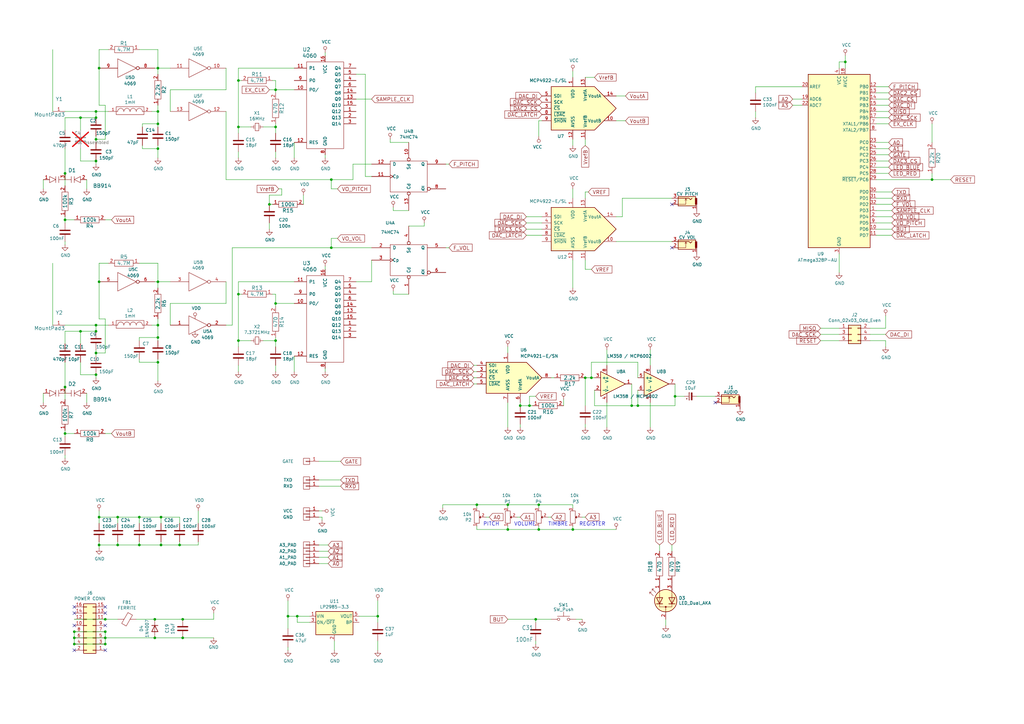
<source format=kicad_sch>
(kicad_sch (version 20230121) (generator eeschema)
  (paper "A3")
  (title_block (title "Teremino") (date "2023-06-22") (rev "1.0"))
  (junction (at 39.37 133.35))
  (junction (at 39.37 144.78))
  (junction (at 97.79 120.65))
  (junction (at 40.64 27.94))
  (junction (at 113.03 139.7))
  (junction (at 64.77 138.43))
  (junction (at 121.92 252.73))
  (junction (at 57.15 212.09))
  (junction (at 113.03 36.83))
  (junction (at 30.48 259.08))
  (junction (at 26.67 90.17))
  (junction (at 66.04 223.52))
  (junction (at 220.98 217.17))
  (junction (at 73.66 223.52))
  (junction (at 64.77 50.8))
  (junction (at 64.77 45.72))
  (junction (at 208.28 217.17))
  (junction (at 261.62 166.37))
  (junction (at 39.37 45.72))
  (junction (at 26.67 177.8))
  (junction (at 240.03 154.94))
  (junction (at 217.17 166.37))
  (junction (at 97.79 139.7))
  (junction (at 39.37 66.04))
  (junction (at 30.48 261.62))
  (junction (at 135.89 101.6))
  (junction (at 64.77 148.59))
  (junction (at 57.15 223.52))
  (junction (at 213.36 166.37))
  (junction (at 64.77 133.35))
  (junction (at 219.71 254))
  (junction (at 66.04 212.09))
  (junction (at 48.26 212.09))
  (junction (at 39.37 153.67))
  (junction (at 63.5 261.62))
  (junction (at 39.37 57.15))
  (junction (at 113.03 124.46))
  (junction (at 74.93 254))
  (junction (at 63.5 254))
  (junction (at 135.89 73.66))
  (junction (at 33.02 48.26))
  (junction (at 195.58 207.01))
  (junction (at 43.18 261.62))
  (junction (at 208.28 207.01))
  (junction (at 242.57 154.94))
  (junction (at 220.98 207.01))
  (junction (at 26.67 158.75))
  (junction (at 64.77 27.94))
  (junction (at 64.77 115.57))
  (junction (at 154.94 252.73))
  (junction (at 346.71 25.4))
  (junction (at 118.11 252.73))
  (junction (at 64.77 60.96))
  (junction (at 43.18 254))
  (junction (at 30.48 264.16))
  (junction (at 382.27 73.66))
  (junction (at 276.86 162.56))
  (junction (at 97.79 33.02))
  (junction (at 33.02 135.89))
  (junction (at 110.49 83.82))
  (junction (at 234.95 217.17))
  (junction (at 97.79 52.07))
  (junction (at 43.18 259.08))
  (junction (at 48.26 223.52))
  (junction (at 40.64 223.52))
  (junction (at 40.64 115.57))
  (junction (at 43.18 264.16))
  (junction (at 259.08 166.37))
  (junction (at 26.67 71.12))
  (junction (at 113.03 52.07))
  (junction (at 39.37 135.89))
  (junction (at 74.93 261.62))
  (junction (at 39.37 48.26))
  (junction (at 40.64 212.09))
  (no_connect (at 30.48 266.7))
  (no_connect (at 43.18 251.46))
  (no_connect (at 43.18 248.92))
  (no_connect (at 275.59 83.82))
  (no_connect (at 30.48 248.92))
  (no_connect (at 275.59 101.6))
  (no_connect (at 30.48 251.46))
  (no_connect (at 30.48 256.54))
  (no_connect (at 43.18 266.7))
  (no_connect (at 43.18 256.54))
  (no_connect (at 293.37 165.1))
  (wire (pts (xy 40.64 20.32) (xy 40.64 27.94)))
  (wire (pts (xy 39.37 57.15) (xy 39.37 58.42)))
  (wire (pts (xy 220.98 207.01) (xy 234.95 207.01)))
  (wire (pts (xy 113.03 50.8) (xy 113.03 52.07)))
  (wire (pts (xy 17.78 73.66) (xy 17.78 77.47)))
  (wire (pts (xy 137.16 262.89) (xy 137.16 266.7)))
  (wire (pts (xy 97.79 27.94) (xy 120.65 27.94)))
  (wire (pts (xy 152.4 40.64) (xy 146.05 40.64)))
  (wire (pts (xy 64.77 60.96) (xy 58.42 60.96)))
  (wire (pts (xy 48.26 212.09) (xy 48.26 214.63)))
  (wire (pts (xy 26.67 71.12) (xy 26.67 76.2)))
  (wire (pts (xy 64.77 60.96) (xy 64.77 64.77)))
  (wire (pts (xy 57.15 148.59) (xy 64.77 148.59)))
  (wire (pts (xy 64.77 148.59) (xy 64.77 156.21)))
  (wire (pts (xy 252.73 49.53) (xy 256.54 49.53)))
  (wire (pts (xy 121.92 252.73) (xy 118.11 252.73)))
  (wire (pts (xy 39.37 133.35) (xy 44.45 133.35)))
  (wire (pts (xy 139.7 189.23) (xy 130.81 189.23)))
  (wire (pts (xy 40.64 209.55) (xy 40.64 212.09)))
  (wire (pts (xy 43.18 43.18) (xy 40.64 43.18)))
  (wire (pts (xy 57.15 139.7) (xy 57.15 138.43)))
  (wire (pts (xy 115.57 77.47) (xy 114.3 77.47)))
  (wire (pts (xy 234.95 217.17) (xy 234.95 215.9)))
  (wire (pts (xy 63.5 27.94) (xy 64.77 27.94)))
  (wire (pts (xy 48.26 222.25) (xy 48.26 223.52)))
  (wire (pts (xy 95.25 101.6) (xy 135.89 101.6)))
  (wire (pts (xy 113.03 124.46) (xy 113.03 125.73)))
  (wire (pts (xy 39.37 144.78) (xy 39.37 146.05)))
  (wire (pts (xy 35.56 73.66) (xy 35.56 77.47)))
  (wire (pts (xy 382.27 50.8) (xy 382.27 58.42)))
  (wire (pts (xy 64.77 107.95) (xy 64.77 115.57)))
  (wire (pts (xy 240.03 81.28) (xy 240.03 78.74)))
  (wire (pts (xy 359.41 60.96) (xy 364.49 60.96)))
  (wire (pts (xy 261.62 166.37) (xy 261.62 160.02)))
  (wire (pts (xy 21.59 45.72) (xy 21.59 20.32)))
  (wire (pts (xy 39.37 143.51) (xy 39.37 144.78)))
  (wire (pts (xy 21.59 133.35) (xy 21.59 107.95)))
  (wire (pts (xy 134.62 223.52) (xy 130.81 223.52)))
  (wire (pts (xy 139.7 196.85) (xy 130.81 196.85)))
  (wire (pts (xy 161.29 86.36) (xy 167.64 86.36)))
  (wire (pts (xy 39.37 135.89) (xy 39.37 133.35)))
  (wire (pts (xy 120.65 58.42) (xy 120.65 64.77)))
  (wire (pts (xy 30.48 259.08) (xy 43.18 259.08)))
  (wire (pts (xy 363.22 137.16) (xy 356.87 137.16)))
  (wire (pts (xy 57.15 138.43) (xy 64.77 138.43)))
  (wire (pts (xy 135.89 73.66) (xy 92.71 73.66)))
  (wire (pts (xy 161.29 120.65) (xy 167.64 120.65)))
  (wire (pts (xy 336.55 134.62) (xy 344.17 134.62)))
  (wire (pts (xy 242.57 154.94) (xy 242.57 148.59)))
  (wire (pts (xy 64.77 115.57) (xy 64.77 118.11)))
  (wire (pts (xy 364.49 35.56) (xy 359.41 35.56)))
  (wire (pts (xy 364.49 45.72) (xy 359.41 45.72)))
  (wire (pts (xy 43.18 57.15) (xy 39.37 57.15)))
  (wire (pts (xy 135.89 77.47) (xy 138.43 77.47)))
  (wire (pts (xy 309.88 35.56) (xy 309.88 38.1)))
  (wire (pts (xy 132.08 209.55) (xy 130.81 209.55)))
  (wire (pts (xy 152.4 72.39) (xy 149.86 72.39)))
  (wire (pts (xy 33.02 148.59) (xy 33.02 153.67)))
  (wire (pts (xy 26.67 60.96) (xy 26.67 71.12)))
  (wire (pts (xy 240.03 78.74) (xy 241.3 78.74)))
  (wire (pts (xy 64.77 50.8) (xy 64.77 52.07)))
  (wire (pts (xy 325.12 40.64) (xy 328.93 40.64)))
  (wire (pts (xy 382.27 73.66) (xy 359.41 73.66)))
  (wire (pts (xy 259.08 166.37) (xy 259.08 157.48)))
  (wire (pts (xy 248.92 143.51) (xy 248.92 149.86)))
  (wire (pts (xy 118.11 246.38) (xy 118.11 252.73)))
  (wire (pts (xy 40.64 20.32) (xy 44.45 20.32)))
  (wire (pts (xy 113.03 36.83) (xy 113.03 38.1)))
  (wire (pts (xy 64.77 115.57) (xy 69.85 115.57)))
  (wire (pts (xy 181.61 207.01) (xy 195.58 207.01)))
  (wire (pts (xy 219.71 254) (xy 226.06 254)))
  (wire (pts (xy 39.37 48.26) (xy 39.37 45.72)))
  (wire (pts (xy 81.28 209.55) (xy 81.28 214.63)))
  (wire (pts (xy 33.02 48.26) (xy 39.37 48.26)))
  (wire (pts (xy 97.79 115.57) (xy 97.79 120.65)))
  (wire (pts (xy 45.72 90.17) (xy 43.18 90.17)))
  (wire (pts (xy 69.85 133.35) (xy 69.85 124.46)))
  (wire (pts (xy 252.73 99.06) (xy 275.59 99.06)))
  (wire (pts (xy 64.77 45.72) (xy 62.23 45.72)))
  (wire (pts (xy 309.88 45.72) (xy 309.88 48.26)))
  (wire (pts (xy 365.76 91.44) (xy 359.41 91.44)))
  (wire (pts (xy 58.42 60.96) (xy 58.42 59.69)))
  (wire (pts (xy 195.58 207.01) (xy 195.58 208.28)))
  (wire (pts (xy 208.28 254) (xy 219.71 254)))
  (wire (pts (xy 215.9 91.44) (xy 222.25 91.44)))
  (wire (pts (xy 167.64 58.42) (xy 160.02 58.42)))
  (wire (pts (xy 359.41 68.58) (xy 364.49 68.58)))
  (wire (pts (xy 115.57 80.01) (xy 115.57 77.47)))
  (wire (pts (xy 40.64 222.25) (xy 40.64 223.52)))
  (wire (pts (xy 43.18 43.18) (xy 43.18 57.15)))
  (wire (pts (xy 208.28 165.1) (xy 208.28 175.26)))
  (wire (pts (xy 213.36 166.37) (xy 217.17 166.37)))
  (wire (pts (xy 154.94 246.38) (xy 154.94 252.73)))
  (wire (pts (xy 43.18 130.81) (xy 43.18 144.78)))
  (wire (pts (xy 195.58 207.01) (xy 208.28 207.01)))
  (wire (pts (xy 173.99 92.71) (xy 173.99 91.44)))
  (wire (pts (xy 240.03 154.94) (xy 240.03 166.37)))
  (wire (pts (xy 74.93 254) (xy 87.63 254)))
  (wire (pts (xy 365.76 96.52) (xy 359.41 96.52)))
  (wire (pts (xy 365.76 78.74) (xy 359.41 78.74)))
  (wire (pts (xy 26.67 148.59) (xy 26.67 158.75)))
  (wire (pts (xy 234.95 77.47) (xy 234.95 81.28)))
  (wire (pts (xy 97.79 62.23) (xy 97.79 64.77)))
  (wire (pts (xy 30.48 264.16) (xy 43.18 264.16)))
  (wire (pts (xy 92.71 133.35) (xy 95.25 133.35)))
  (wire (pts (xy 219.71 262.89) (xy 219.71 264.16)))
  (wire (pts (xy 212.09 212.09) (xy 213.36 212.09)))
  (wire (pts (xy 97.79 149.86) (xy 97.79 152.4)))
  (wire (pts (xy 227.33 154.94) (xy 226.06 154.94)))
  (wire (pts (xy 26.67 135.89) (xy 33.02 135.89)))
  (wire (pts (xy 33.02 153.67) (xy 39.37 153.67)))
  (wire (pts (xy 135.89 97.79) (xy 138.43 97.79)))
  (wire (pts (xy 40.64 212.09) (xy 48.26 212.09)))
  (wire (pts (xy 30.48 264.16) (xy 30.48 261.62)))
  (wire (pts (xy 208.28 217.17) (xy 220.98 217.17)))
  (wire (pts (xy 152.4 106.68) (xy 152.4 115.57)))
  (wire (pts (xy 64.77 27.94) (xy 64.77 30.48)))
  (wire (pts (xy 161.29 85.09) (xy 161.29 86.36)))
  (wire (pts (xy 364.49 58.42) (xy 359.41 58.42)))
  (wire (pts (xy 363.22 139.7) (xy 363.22 142.24)))
  (wire (pts (xy 121.92 255.27) (xy 121.92 252.73)))
  (wire (pts (xy 64.77 43.18) (xy 64.77 45.72)))
  (wire (pts (xy 64.77 133.35) (xy 64.77 138.43)))
  (wire (pts (xy 146.05 30.48) (xy 149.86 30.48)))
  (wire (pts (xy 30.48 259.08) (xy 30.48 261.62)))
  (wire (pts (xy 110.49 80.01) (xy 115.57 80.01)))
  (wire (pts (xy 144.78 67.31) (xy 144.78 73.66)))
  (wire (pts (xy 66.04 212.09) (xy 73.66 212.09)))
  (wire (pts (xy 99.06 33.02) (xy 97.79 33.02)))
  (wire (pts (xy 184.15 101.6) (xy 182.88 101.6)))
  (wire (pts (xy 261.62 148.59) (xy 261.62 154.94)))
  (wire (pts (xy 252.73 217.17) (xy 234.95 217.17)))
  (wire (pts (xy 344.17 111.76) (xy 344.17 104.14)))
  (wire (pts (xy 69.85 45.72) (xy 69.85 36.83)))
  (wire (pts (xy 33.02 135.89) (xy 39.37 135.89)))
  (wire (pts (xy 217.17 166.37) (xy 218.44 166.37)))
  (wire (pts (xy 359.41 66.04) (xy 364.49 66.04)))
  (wire (pts (xy 26.67 133.35) (xy 39.37 133.35)))
  (wire (pts (xy 57.15 147.32) (xy 57.15 148.59)))
  (wire (pts (xy 30.48 90.17) (xy 26.67 90.17)))
  (wire (pts (xy 43.18 177.8) (xy 45.72 177.8)))
  (wire (pts (xy 242.57 148.59) (xy 261.62 148.59)))
  (wire (pts (xy 220.98 207.01) (xy 220.98 208.28)))
  (wire (pts (xy 344.17 25.4) (xy 346.71 25.4)))
  (wire (pts (xy 217.17 162.56) (xy 217.17 166.37)))
  (wire (pts (xy 113.03 138.43) (xy 113.03 139.7)))
  (wire (pts (xy 199.39 212.09) (xy 200.66 212.09)))
  (wire (pts (xy 97.79 120.65) (xy 97.79 139.7)))
  (wire (pts (xy 33.02 135.89) (xy 33.02 140.97)))
  (wire (pts (xy 208.28 215.9) (xy 208.28 217.17)))
  (wire (pts (xy 64.77 147.32) (xy 64.77 148.59)))
  (wire (pts (xy 243.84 31.75) (xy 240.03 31.75)))
  (wire (pts (xy 364.49 38.1) (xy 359.41 38.1)))
  (wire (pts (xy 63.5 254) (xy 74.93 254)))
  (wire (pts (xy 26.67 176.53) (xy 26.67 177.8)))
  (wire (pts (xy 213.36 165.1) (xy 213.36 166.37)))
  (wire (pts (xy 336.55 137.16) (xy 344.17 137.16)))
  (wire (pts (xy 154.94 252.73) (xy 154.94 255.27)))
  (wire (pts (xy 57.15 20.32) (xy 64.77 20.32)))
  (wire (pts (xy 160.02 58.42) (xy 160.02 57.15)))
  (wire (pts (xy 195.58 215.9) (xy 195.58 217.17)))
  (wire (pts (xy 255.27 88.9) (xy 252.73 88.9)))
  (wire (pts (xy 144.78 73.66) (xy 135.89 73.66)))
  (wire (pts (xy 40.64 212.09) (xy 40.64 214.63)))
  (wire (pts (xy 40.64 107.95) (xy 44.45 107.95)))
  (wire (pts (xy 64.77 20.32) (xy 64.77 27.94)))
  (wire (pts (xy 107.95 52.07) (xy 113.03 52.07)))
  (wire (pts (xy 97.79 52.07) (xy 97.79 54.61)))
  (wire (pts (xy 127 255.27) (xy 121.92 255.27)))
  (wire (pts (xy 26.67 88.9) (xy 26.67 90.17)))
  (wire (pts (xy 243.84 166.37) (xy 259.08 166.37)))
  (wire (pts (xy 26.67 158.75) (xy 26.67 163.83)))
  (wire (pts (xy 346.71 22.86) (xy 346.71 25.4)))
  (wire (pts (xy 55.88 254) (xy 63.5 254)))
  (wire (pts (xy 365.76 86.36) (xy 359.41 86.36)))
  (wire (pts (xy 58.42 52.07) (xy 58.42 50.8)))
  (wire (pts (xy 66.04 223.52) (xy 66.04 222.25)))
  (wire (pts (xy 242.57 110.49) (xy 240.03 110.49)))
  (wire (pts (xy 234.95 106.68) (xy 234.95 118.11)))
  (wire (pts (xy 121.92 252.73) (xy 127 252.73)))
  (wire (pts (xy 266.7 165.1) (xy 266.7 175.26)))
  (wire (pts (xy 152.4 67.31) (xy 144.78 67.31)))
  (wire (pts (xy 63.5 115.57) (xy 64.77 115.57)))
  (wire (pts (xy 273.05 254) (xy 273.05 256.54)))
  (wire (pts (xy 365.76 81.28) (xy 359.41 81.28)))
  (wire (pts (xy 64.77 130.81) (xy 64.77 133.35)))
  (wire (pts (xy 208.28 142.24) (xy 208.28 144.78)))
  (wire (pts (xy 73.66 223.52) (xy 81.28 223.52)))
  (wire (pts (xy 111.76 83.82) (xy 110.49 83.82)))
  (wire (pts (xy 63.5 261.62) (xy 74.93 261.62)))
  (wire (pts (xy 234.95 59.69) (xy 234.95 57.15)))
  (wire (pts (xy 238.76 254) (xy 236.22 254)))
  (wire (pts (xy 240.03 154.94) (xy 242.57 154.94)))
  (wire (pts (xy 26.67 45.72) (xy 39.37 45.72)))
  (wire (pts (xy 87.63 251.46) (xy 87.63 254)))
  (wire (pts (xy 240.03 59.69) (xy 240.03 57.15)))
  (wire (pts (xy 285.75 162.56) (xy 293.37 162.56)))
  (wire (pts (xy 64.77 27.94) (xy 69.85 27.94)))
  (wire (pts (xy 220.98 49.53) (xy 222.25 49.53)))
  (wire (pts (xy 256.54 39.37) (xy 252.73 39.37)))
  (wire (pts (xy 139.7 199.39) (xy 130.81 199.39)))
  (wire (pts (xy 240.03 175.26) (xy 240.03 173.99)))
  (wire (pts (xy 261.62 166.37) (xy 276.86 166.37)))
  (wire (pts (xy 57.15 223.52) (xy 66.04 223.52)))
  (wire (pts (xy 240.03 110.49) (xy 240.03 106.68)))
  (wire (pts (xy 208.28 207.01) (xy 208.28 208.28)))
  (wire (pts (xy 359.41 63.5) (xy 364.49 63.5)))
  (wire (pts (xy 382.27 71.12) (xy 382.27 73.66)))
  (wire (pts (xy 26.67 90.17) (xy 26.67 91.44)))
  (wire (pts (xy 266.7 143.51) (xy 266.7 149.86)))
  (wire (pts (xy 133.35 151.13) (xy 133.35 152.4)))
  (wire (pts (xy 39.37 66.04) (xy 39.37 67.31)))
  (wire (pts (xy 64.77 138.43) (xy 64.77 139.7)))
  (wire (pts (xy 135.89 101.6) (xy 135.89 97.79)))
  (wire (pts (xy 113.03 52.07) (xy 113.03 54.61)))
  (wire (pts (xy 92.71 124.46) (xy 92.71 115.57)))
  (wire (pts (xy 215.9 96.52) (xy 222.25 96.52)))
  (wire (pts (xy 133.35 109.22) (xy 133.35 110.49)))
  (wire (pts (xy 161.29 119.38) (xy 161.29 120.65)))
  (wire (pts (xy 215.9 93.98) (xy 222.25 93.98)))
  (wire (pts (xy 43.18 144.78) (xy 39.37 144.78)))
  (wire (pts (xy 57.15 212.09) (xy 66.04 212.09)))
  (wire (pts (xy 66.04 212.09) (xy 66.04 214.63)))
  (wire (pts (xy 39.37 45.72) (xy 44.45 45.72)))
  (wire (pts (xy 276.86 162.56) (xy 276.86 166.37)))
  (wire (pts (xy 255.27 81.28) (xy 275.59 81.28)))
  (wire (pts (xy 81.28 223.52) (xy 81.28 222.25)))
  (wire (pts (xy 195.58 152.4) (xy 194.31 152.4)))
  (wire (pts (xy 124.46 80.01) (xy 124.46 83.82)))
  (wire (pts (xy 195.58 157.48) (xy 194.31 157.48)))
  (wire (pts (xy 64.77 45.72) (xy 64.77 50.8)))
  (wire (pts (xy 92.71 73.66) (xy 92.71 45.72)))
  (wire (pts (xy 363.22 129.54) (xy 363.22 134.62)))
  (wire (pts (xy 33.02 60.96) (xy 33.02 66.04)))
  (wire (pts (xy 102.87 52.07) (xy 97.79 52.07)))
  (wire (pts (xy 231.14 163.83) (xy 231.14 166.37)))
  (wire (pts (xy 73.66 223.52) (xy 73.66 222.25)))
  (wire (pts (xy 120.65 124.46) (xy 113.03 124.46)))
  (wire (pts (xy 102.87 139.7) (xy 97.79 139.7)))
  (wire (pts (xy 243.84 160.02) (xy 243.84 166.37)))
  (wire (pts (xy 30.48 261.62) (xy 43.18 261.62)))
  (wire (pts (xy 213.36 173.99) (xy 213.36 175.26)))
  (wire (pts (xy 113.03 120.65) (xy 113.03 124.46)))
  (wire (pts (xy 113.03 36.83) (xy 110.49 36.83)))
  (wire (pts (xy 95.25 133.35) (xy 95.25 101.6)))
  (wire (pts (xy 220.98 215.9) (xy 220.98 217.17)))
  (wire (pts (xy 26.67 140.97) (xy 26.67 135.89)))
  (wire (pts (xy 17.78 161.29) (xy 17.78 165.1)))
  (wire (pts (xy 275.59 223.52) (xy 275.59 226.06)))
  (wire (pts (xy 364.49 40.64) (xy 359.41 40.64)))
  (wire (pts (xy 43.18 254) (xy 48.26 254)))
  (wire (pts (xy 97.79 33.02) (xy 97.79 52.07)))
  (wire (pts (xy 135.89 101.6) (xy 152.4 101.6)))
  (wire (pts (xy 113.03 62.23) (xy 113.03 64.77)))
  (wire (pts (xy 194.31 154.94) (xy 195.58 154.94)))
  (wire (pts (xy 224.79 212.09) (xy 226.06 212.09)))
  (wire (pts (xy 222.25 88.9) (xy 215.9 88.9)))
  (wire (pts (xy 107.95 139.7) (xy 113.03 139.7)))
  (wire (pts (xy 234.95 207.01) (xy 234.95 208.28)))
  (wire (pts (xy 118.11 265.43) (xy 118.11 266.7)))
  (wire (pts (xy 118.11 252.73) (xy 118.11 257.81)))
  (wire (pts (xy 130.81 231.14) (xy 134.62 231.14)))
  (wire (pts (xy 43.18 261.62) (xy 63.5 261.62)))
  (wire (pts (xy 364.49 50.8) (xy 359.41 50.8)))
  (wire (pts (xy 365.76 88.9) (xy 359.41 88.9)))
  (wire (pts (xy 30.48 254) (xy 43.18 254)))
  (wire (pts (xy 35.56 161.29) (xy 35.56 165.1)))
  (wire (pts (xy 99.06 120.65) (xy 97.79 120.65)))
  (wire (pts (xy 113.03 149.86) (xy 113.03 152.4)))
  (wire (pts (xy 113.03 139.7) (xy 113.03 142.24)))
  (wire (pts (xy 219.71 162.56) (xy 217.17 162.56)))
  (wire (pts (xy 40.64 223.52) (xy 40.64 224.79)))
  (wire (pts (xy 110.49 83.82) (xy 110.49 80.01)))
  (wire (pts (xy 132.08 212.09) (xy 132.08 213.36)))
  (wire (pts (xy 66.04 223.52) (xy 73.66 223.52)))
  (wire (pts (xy 130.81 226.06) (xy 134.62 226.06)))
  (wire (pts (xy 242.57 154.94) (xy 243.84 154.94)))
  (wire (pts (xy 58.42 50.8) (xy 64.77 50.8)))
  (wire (pts (xy 120.65 146.05) (xy 120.65 152.4)))
  (wire (pts (xy 39.37 153.67) (xy 39.37 154.94)))
  (wire (pts (xy 30.48 177.8) (xy 26.67 177.8)))
  (wire (pts (xy 219.71 255.27) (xy 219.71 254)))
  (wire (pts (xy 113.03 33.02) (xy 113.03 36.83)))
  (wire (pts (xy 344.17 27.94) (xy 344.17 25.4)))
  (wire (pts (xy 57.15 107.95) (xy 64.77 107.95)))
  (wire (pts (xy 130.81 212.09) (xy 132.08 212.09)))
  (wire (pts (xy 336.55 139.7) (xy 344.17 139.7)))
  (wire (pts (xy 40.64 223.52) (xy 48.26 223.52)))
  (wire (pts (xy 134.62 228.6) (xy 130.81 228.6)))
  (wire (pts (xy 276.86 162.56) (xy 280.67 162.56)))
  (wire (pts (xy 133.35 21.59) (xy 133.35 22.86)))
  (wire (pts (xy 73.66 212.09) (xy 73.66 214.63)))
  (wire (pts (xy 69.85 36.83) (xy 92.71 36.83)))
  (wire (pts (xy 74.93 261.62) (xy 87.63 261.62)))
  (wire (pts (xy 43.18 261.62) (xy 43.18 264.16)))
  (wire (pts (xy 149.86 30.48) (xy 149.86 72.39)))
  (wire (pts (xy 26.67 99.06) (xy 26.67 100.33)))
  (wire (pts (xy 64.77 133.35) (xy 62.23 133.35)))
  (wire (pts (xy 328.93 43.18) (xy 325.12 43.18)))
  (wire (pts (xy 40.64 115.57) (xy 40.64 130.81)))
  (wire (pts (xy 26.67 177.8) (xy 26.67 179.07)))
  (wire (pts (xy 48.26 212.09) (xy 57.15 212.09)))
  (wire (pts (xy 365.76 93.98) (xy 359.41 93.98)))
  (wire (pts (xy 43.18 259.08) (xy 43.18 261.62)))
  (wire (pts (xy 208.28 207.01) (xy 220.98 207.01)))
  (wire (pts (xy 69.85 124.46) (xy 92.71 124.46)))
  (wire (pts (xy 48.26 223.52) (xy 57.15 223.52)))
  (wire (pts (xy 40.64 107.95) (xy 40.64 115.57)))
  (wire (pts (xy 328.93 35.56) (xy 309.88 35.56)))
  (wire (pts (xy 147.32 252.73) (xy 154.94 252.73)))
  (wire (pts (xy 248.92 165.1) (xy 248.92 175.26)))
  (wire (pts (xy 39.37 55.88) (xy 39.37 57.15)))
  (wire (pts (xy 57.15 212.09) (xy 57.15 214.63)))
  (wire (pts (xy 184.15 67.31) (xy 182.88 67.31)))
  (wire (pts (xy 97.79 139.7) (xy 97.79 142.24)))
  (wire (pts (xy 276.86 157.48) (xy 276.86 162.56)))
  (wire (pts (xy 364.49 43.18) (xy 359.41 43.18)))
  (wire (pts (xy 97.79 115.57) (xy 120.65 115.57)))
  (wire (pts (xy 194.31 149.86) (xy 195.58 149.86)))
  (wire (pts (xy 57.15 223.52) (xy 57.15 222.25)))
  (wire (pts (xy 389.89 73.66) (xy 382.27 73.66)))
  (wire (pts (xy 40.64 27.94) (xy 40.64 43.18)))
  (wire (pts (xy 259.08 166.37) (xy 261.62 166.37)))
  (wire (pts (xy 133.35 63.5) (xy 133.35 64.77)))
  (wire (pts (xy 346.71 25.4) (xy 346.71 27.94)))
  (wire (pts (xy 364.49 71.12) (xy 359.41 71.12)))
  (wire (pts (xy 26.67 186.69) (xy 26.67 187.96)))
  (wire (pts (xy 167.64 92.71) (xy 173.99 92.71)))
  (wire (pts (xy 110.49 93.98) (xy 110.49 91.44)))
  (wire (pts (xy 26.67 48.26) (xy 33.02 48.26)))
  (wire (pts (xy 255.27 88.9) (xy 255.27 81.28)))
  (wire (pts (xy 113.03 120.65) (xy 111.76 120.65)))
  (wire (pts (xy 33.02 66.04) (xy 39.37 66.04)))
  (wire (pts (xy 120.65 36.83) (xy 113.03 36.83)))
  (wire (pts (xy 154.94 262.89) (xy 154.94 266.7)))
  (wire (pts (xy 364.49 48.26) (xy 359.41 48.26)))
  (wire (pts (xy 135.89 73.66) (xy 135.89 77.47)))
  (wire (pts (xy 43.18 130.81) (xy 40.64 130.81)))
  (wire (pts (xy 97.79 27.94) (xy 97.79 33.02)))
  (wire (pts (xy 238.76 212.09) (xy 240.03 212.09)))
  (wire (pts (xy 26.67 53.34) (xy 26.67 48.26)))
  (wire (pts (xy 64.77 59.69) (xy 64.77 60.96)))
  (wire (pts (xy 92.71 36.83) (xy 92.71 27.94)))
  (wire (pts (xy 234.95 31.75) (xy 234.95 29.21)))
  (wire (pts (xy 113.03 33.02) (xy 111.76 33.02)))
  (wire (pts (xy 220.98 217.17) (xy 234.95 217.17)))
  (wire (pts (xy 356.87 139.7) (xy 363.22 139.7)))
  (wire (pts (xy 181.61 208.28) (xy 181.61 207.01)))
  (wire (pts (xy 365.76 83.82) (xy 359.41 83.82)))
  (wire (pts (xy 363.22 134.62) (xy 356.87 134.62)))
  (wire (pts (xy 195.58 217.17) (xy 208.28 217.17)))
  (wire (pts (xy 33.02 48.26) (xy 33.02 53.34)))
  (wire (pts (xy 220.98 49.53) (xy 220.98 55.88)))
  (wire (pts (xy 152.4 115.57) (xy 146.05 115.57)))
  (wire (pts (xy 270.51 223.52) (xy 270.51 226.06)))
  (text "TIMBRE" (at 224.79 215.9 0) (effects (font (size 1.524 1.524)) (justify left bottom)))
  (text "REGISTER" (at 237.49 215.9 0) (effects (font (size 1.524 1.524)) (justify left bottom)))
  (text "PITCH" (at 198.12 215.9 0) (effects (font (size 1.524 1.524)) (justify left bottom)))
  (text "VOLUME" (at 210.82 215.9 0) (effects (font (size 1.524 1.524)) (justify left bottom)))
  (global_label "A3" (shape input) (at 240.03 212.09 0) (effects (font (size 1.524 1.524))) (property "Intersheetrefs" "${INTERSHEET_REFS}" (effects hide)))
  (global_label "DAC_CS" (shape input) (at 364.49 40.64 0) (effects (font (size 1.524 1.524))) (property "Intersheetrefs" "${INTERSHEET_REFS}" (effects hide)))
  (global_label "RESET" (shape input) (at 336.55 139.7 180) (effects (font (size 1.524 1.524))) (property "Intersheetrefs" "${INTERSHEET_REFS}" (effects hide)))
  (global_label "A0" (shape input) (at 364.49 58.42 0) (effects (font (size 1.524 1.524))) (property "Intersheetrefs" "${INTERSHEET_REFS}" (effects hide)))
  (global_label "A0" (shape input) (at 200.66 212.09 0) (effects (font (size 1.524 1.524))) (property "Intersheetrefs" "${INTERSHEET_REFS}" (effects hide)))
  (global_label "DAC_LATCH" (shape input) (at 365.76 96.52 0) (effects (font (size 1.524 1.524))) (property "Intersheetrefs" "${INTERSHEET_REFS}" (effects hide)))
  (global_label "A0" (shape input) (at 134.62 231.14 0) (effects (font (size 1.524 1.524))) (property "Intersheetrefs" "${INTERSHEET_REFS}" (effects hide)))
  (global_label "A2" (shape input) (at 325.12 40.64 180) (effects (font (size 1.524 1.524))) (property "Intersheetrefs" "${INTERSHEET_REFS}" (effects hide)))
  (global_label "VO_VOL" (shape input) (at 365.76 88.9 0) (effects (font (size 1.524 1.524))) (property "Intersheetrefs" "${INTERSHEET_REFS}" (effects hide)))
  (global_label "DAC3_CS" (shape input) (at 364.49 66.04 0) (effects (font (size 1.524 1.524))) (property "Intersheetrefs" "${INTERSHEET_REFS}" (effects hide)))
  (global_label "A3" (shape input) (at 325.12 43.18 180) (effects (font (size 1.524 1.524))) (property "Intersheetrefs" "${INTERSHEET_REFS}" (effects hide)))
  (global_label "VoutB" (shape input) (at 45.72 177.8 0) (effects (font (size 1.524 1.524))) (property "Intersheetrefs" "${INTERSHEET_REFS}" (effects hide)))
  (global_label "DAC_DI" (shape input) (at 194.31 149.86 180) (effects (font (size 1.524 1.524))) (property "Intersheetrefs" "${INTERSHEET_REFS}" (effects hide)))
  (global_label "EX_CLK" (shape input) (at 110.49 36.83 180) (effects (font (size 1.524 1.524))) (property "Intersheetrefs" "${INTERSHEET_REFS}" (effects hide)))
  (global_label "F_VOL" (shape input) (at 365.76 83.82 0) (effects (font (size 1.524 1.524))) (property "Intersheetrefs" "${INTERSHEET_REFS}" (effects hide)))
  (global_label "DAC_SCK" (shape input) (at 222.25 41.91 180) (effects (font (size 1.524 1.524))) (property "Intersheetrefs" "${INTERSHEET_REFS}" (effects hide)))
  (global_label "A1" (shape input) (at 213.36 212.09 0) (effects (font (size 1.524 1.524))) (property "Intersheetrefs" "${INTERSHEET_REFS}" (effects hide)))
  (global_label "A2" (shape input) (at 134.62 226.06 0) (effects (font (size 1.524 1.524))) (property "Intersheetrefs" "${INTERSHEET_REFS}" (effects hide)))
  (global_label "LED_BLUE" (shape input) (at 270.51 223.52 90) (effects (font (size 1.524 1.524))) (property "Intersheetrefs" "${INTERSHEET_REFS}" (effects hide)))
  (global_label "F_PITCH" (shape input) (at 364.49 35.56 0) (effects (font (size 1.524 1.524))) (property "Intersheetrefs" "${INTERSHEET_REFS}" (effects hide)))
  (global_label "VO_VOL" (shape input) (at 138.43 97.79 0) (effects (font (size 1.524 1.524))) (property "Intersheetrefs" "${INTERSHEET_REFS}" (effects hide)))
  (global_label "DAC_DI" (shape input) (at 363.22 137.16 0) (effects (font (size 1.524 1.524))) (property "Intersheetrefs" "${INTERSHEET_REFS}" (effects hide)))
  (global_label "VrefB" (shape input) (at 243.84 31.75 0) (effects (font (size 1.524 1.524))) (property "Intersheetrefs" "${INTERSHEET_REFS}" (effects hide)))
  (global_label "SAMPLE_CLK" (shape input) (at 365.76 86.36 0) (effects (font (size 1.524 1.524))) (property "Intersheetrefs" "${INTERSHEET_REFS}" (effects hide)))
  (global_label "A3" (shape input) (at 134.62 223.52 0) (effects (font (size 1.524 1.524))) (property "Intersheetrefs" "${INTERSHEET_REFS}" (effects hide)))
  (global_label "RXD" (shape input) (at 139.7 199.39 0) (effects (font (size 1.524 1.524))) (property "Intersheetrefs" "${INTERSHEET_REFS}" (effects hide)))
  (global_label "DAC_DI" (shape input) (at 215.9 88.9 180) (effects (font (size 1.524 1.524))) (property "Intersheetrefs" "${INTERSHEET_REFS}" (effects hide)))
  (global_label "DAC_DI" (shape input) (at 364.49 43.18 0) (effects (font (size 1.524 1.524))) (property "Intersheetrefs" "${INTERSHEET_REFS}" (effects hide)))
  (global_label "VREF" (shape input) (at 219.71 162.56 0) (effects (font (size 1.524 1.524))) (property "Intersheetrefs" "${INTERSHEET_REFS}" (effects hide)))
  (global_label "A1" (shape input) (at 364.49 60.96 0) (effects (font (size 1.524 1.524))) (property "Intersheetrefs" "${INTERSHEET_REFS}" (effects hide)))
  (global_label "RXD" (shape input) (at 365.76 81.28 0) (effects (font (size 1.524 1.524))) (property "Intersheetrefs" "${INTERSHEET_REFS}" (effects hide)))
  (global_label "VO_PITCH" (shape input) (at 365.76 91.44 0) (effects (font (size 1.524 1.524))) (property "Intersheetrefs" "${INTERSHEET_REFS}" (effects hide)))
  (global_label "F_PITCH" (shape input) (at 184.15 67.31 0) (effects (font (size 1.524 1.524))) (property "Intersheetrefs" "${INTERSHEET_REFS}" (effects hide)))
  (global_label "RESET" (shape input) (at 389.89 73.66 0) (effects (font (size 1.524 1.524))) (property "Intersheetrefs" "${INTERSHEET_REFS}" (effects hide)))
  (global_label "VREF" (shape input) (at 242.57 110.49 0) (effects (font (size 1.524 1.524))) (property "Intersheetrefs" "${INTERSHEET_REFS}" (effects hide)))
  (global_label "VoutA" (shape input) (at 256.54 39.37 0) (effects (font (size 1.524 1.524))) (property "Intersheetrefs" "${INTERSHEET_REFS}" (effects hide)))
  (global_label "TXD" (shape input) (at 365.76 78.74 0) (effects (font (size 1.524 1.524))) (property "Intersheetrefs" "${INTERSHEET_REFS}" (effects hide)))
  (global_label "VREF" (shape input) (at 241.3 78.74 0) (effects (font (size 1.524 1.524))) (property "Intersheetrefs" "${INTERSHEET_REFS}" (effects hide)))
  (global_label "MISO" (shape input) (at 364.49 45.72 0) (effects (font (size 1.524 1.524))) (property "Intersheetrefs" "${INTERSHEET_REFS}" (effects hide)))
  (global_label "LED_RED" (shape input) (at 364.49 71.12 0) (effects (font (size 1.524 1.524))) (property "Intersheetrefs" "${INTERSHEET_REFS}" (effects hide)))
  (global_label "VO_PITCH" (shape input) (at 138.43 77.47 0) (effects (font (size 1.524 1.524))) (property "Intersheetrefs" "${INTERSHEET_REFS}" (effects hide)))
  (global_label "DAC_SCK" (shape input) (at 215.9 91.44 180) (effects (font (size 1.524 1.524))) (property "Intersheetrefs" "${INTERSHEET_REFS}" (effects hide)))
  (global_label "MISO" (shape input) (at 336.55 134.62 180) (effects (font (size 1.524 1.524))) (property "Intersheetrefs" "${INTERSHEET_REFS}" (effects hide)))
  (global_label "SAMPLE_CLK" (shape input) (at 152.4 40.64 0) (effects (font (size 1.524 1.524))) (property "Intersheetrefs" "${INTERSHEET_REFS}" (effects hide)))
  (global_label "F_VOL" (shape input) (at 184.15 101.6 0) (effects (font (size 1.524 1.524))) (property "Intersheetrefs" "${INTERSHEET_REFS}" (effects hide)))
  (global_label "DAC2_CS" (shape input) (at 364.49 38.1 0) (effects (font (size 1.524 1.524))) (property "Intersheetrefs" "${INTERSHEET_REFS}" (effects hide)))
  (global_label "DAC_SCK" (shape input) (at 336.55 137.16 180) (effects (font (size 1.524 1.524))) (property "Intersheetrefs" "${INTERSHEET_REFS}" (effects hide)))
  (global_label "A1" (shape input) (at 134.62 228.6 0) (effects (font (size 1.524 1.524))) (property "Intersheetrefs" "${INTERSHEET_REFS}" (effects hide)))
  (global_label "A2" (shape input) (at 226.06 212.09 0) (effects (font (size 1.524 1.524))) (property "Intersheetrefs" "${INTERSHEET_REFS}" (effects hide)))
  (global_label "DAC_CS" (shape input) (at 194.31 154.94 180) (effects (font (size 1.524 1.524))) (property "Intersheetrefs" "${INTERSHEET_REFS}" (effects hide)))
  (global_label "TXD" (shape input) (at 139.7 196.85 0) (effects (font (size 1.524 1.524))) (property "Intersheetrefs" "${INTERSHEET_REFS}" (effects hide)))
  (global_label "DAC_SCK" (shape input) (at 194.31 152.4 180) (effects (font (size 1.524 1.524))) (property "Intersheetrefs" "${INTERSHEET_REFS}" (effects hide)))
  (global_label "VrefB" (shape input) (at 114.3 77.47 180) (effects (font (size 1.524 1.524))) (property "Intersheetrefs" "${INTERSHEET_REFS}" (effects hide)))
  (global_label "VoutA" (shape input) (at 45.72 90.17 0) (effects (font (size 1.524 1.524))) (property "Intersheetrefs" "${INTERSHEET_REFS}" (effects hide)))
  (global_label "VoutB" (shape input) (at 256.54 49.53 0) (effects (font (size 1.524 1.524))) (property "Intersheetrefs" "${INTERSHEET_REFS}" (effects hide)))
  (global_label "LED_BLUE" (shape input) (at 364.49 68.58 0) (effects (font (size 1.524 1.524))) (property "Intersheetrefs" "${INTERSHEET_REFS}" (effects hide)))
  (global_label "DAC_SCK" (shape input) (at 364.49 48.26 0) (effects (font (size 1.524 1.524))) (property "Intersheetrefs" "${INTERSHEET_REFS}" (effects hide)))
  (global_label "DAC3_CS" (shape input) (at 215.9 93.98 180) (effects (font (size 1.524 1.524))) (property "Intersheetrefs" "${INTERSHEET_REFS}" (effects hide)))
  (global_label "DAC_LATCH" (shape input) (at 222.25 46.99 180) (effects (font (size 1.524 1.524))) (property "Intersheetrefs" "${INTERSHEET_REFS}" (effects hide)))
  (global_label "BUT" (shape input) (at 208.28 254 180) (effects (font (size 1.524 1.524))) (property "Intersheetrefs" "${INTERSHEET_REFS}" (effects hide)))
  (global_label "BUT" (shape input) (at 365.76 93.98 0) (effects (font (size 1.524 1.524))) (property "Intersheetrefs" "${INTERSHEET_REFS}" (effects hide)))
  (global_label "LED_RED" (shape input) (at 275.59 223.52 90) (effects (font (size 1.524 1.524))) (property "Intersheetrefs" "${INTERSHEET_REFS}" (effects hide)))
  (global_label "DAC_LATCH" (shape input) (at 194.31 157.48 180) (effects (font (size 1.524 1.524))) (property "Intersheetrefs" "${INTERSHEET_REFS}" (effects hide)))
  (global_label "VrefB" (shape input) (at 240.03 59.69 270) (effects (font (size 1.524 1.524))) (property "Intersheetrefs" "${INTERSHEET_REFS}" (effects hide)))
  (global_label "EX_CLK" (shape input) (at 364.49 50.8 0) (effects (font (size 1.524 1.524))) (property "Intersheetrefs" "${INTERSHEET_REFS}" (effects hide)))
  (global_label "GATE" (shape input) (at 139.7 189.23 0) (effects (font (size 1.524 1.524))) (property "Intersheetrefs" "${INTERSHEET_REFS}" (effects hide)))
  (global_label "DAC_DI" (shape input) (at 222.25 39.37 180) (effects (font (size 1.524 1.524))) (property "Intersheetrefs" "${INTERSHEET_REFS}" (effects hide)))
  (global_label "GATE" (shape input) (at 364.49 63.5 0) (effects (font (size 1.524 1.524))) (property "Intersheetrefs" "${INTERSHEET_REFS}" (effects hide)))
  (global_label "DAC_LATCH" (shape input) (at 215.9 96.52 180) (effects (font (size 1.524 1.524))) (property "Intersheetrefs" "${INTERSHEET_REFS}" (effects hide)))
  (global_label "DAC2_CS" (shape input) (at 222.25 44.45 180) (effects (font (size 1.524 1.524))) (property "Intersheetrefs" "${INTERSHEET_REFS}" (effects hide)))
  (symbol (lib_id "OpenThereminV4-rescue:POT") (at 195.58 212.09 270) (mirror x) (unit 1)
    (property "Reference" "P2" (at 193.4718 213.2584 90) (effects (justify right)))
    (property "Value" "10k" (at 193.4718 210.947 90) (effects (justify right)))
    (property "Footprint" "Potentiometer_THT:Potentiometer_Alpha_RD901F-40-00D_Single_Vertical" (effects hide))
  )
  (symbol (lib_id "OpenThereminV4-rescue:POT") (at 208.28 212.09 270) (mirror x) (unit 1)
    (property "Reference" "P1" (at 209.55 205.74 90) (effects (justify right)))
    (property "Value" "10k" (at 209.55 203.2 90) (effects (justify right)))
    (property "Footprint" "Potentiometer_THT:Potentiometer_Alpha_RD901F-40-00D_Single_Vertical" (effects hide))
  )
  (symbol (lib_id "OpenThereminV4-rescue:POT") (at 234.95 212.09 270) (mirror x) (unit 1)
    (property "Reference" "P3" (at 237.49 205.74 90) (effects (justify right)))
    (property "Value" "10k" (at 237.49 203.2 90) (effects (justify right)))
    (property "Footprint" "Potentiometer_THT:Potentiometer_Alpha_RD901F-40-00D_Single_Vertical" (effects hide))
  )
  (symbol (lib_id "OpenThereminV4-rescue:POT") (at 220.98 212.09 270) (mirror x) (unit 1)
    (property "Reference" "P4" (at 222.25 205.74 90) (effects (justify right)))
    (property "Value" "10k" (at 222.25 203.2 90) (effects (justify right)))
    (property "Footprint" "Potentiometer_THT:Potentiometer_Alpha_RD901F-40-00D_Single_Vertical" (effects hide))
  )
  (symbol (lib_id "OpenThereminV4-rescue:MCP4921-E_SN") (at 210.82 154.94 0) (unit 1)
    (property "Reference" "U6" (at 213.36 143.51 0) (effects (justify left)))
    (property "Value" "MCP4921-E/SN" (at 213.36 146.05 0) (effects (justify left)))
    (property "Footprint" "Package_SO:SOIC-8_3.9x4.9mm_P1.27mm" (effects hide))
  )
  (symbol (lib_id "OpenThereminV4-rescue:MCP4922-E_SL") (at 237.49 44.45 0) (unit 1)
    (property "Reference" "U7" (at 228.6 55.88 0) (effects (justify left)))
    (property "Value" "MCP4922-E/SL" (at 217.17 33.02 0) (effects (justify left)))
    (property "Footprint" "Package_SO:SOIC-14_3.9x8.7mm_P1.27mm" (effects hide))
  )
  (symbol (lib_id "OpenThereminV4-rescue:4069") (at 81.28 133.35 0) (unit 1)
    (property "Reference" "U5" (at 85.09 135.89 0))
    (property "Value" "4069" (at 85.09 138.43 0))
    (property "Footprint" "Package_SO:SOIC-14_3.9x8.7mm_P1.27mm" (effects hide))
  )
  (symbol (lib_id "OpenThereminV4-rescue:4069") (at 81.28 115.57 0) (unit 2)
    (property "Reference" "U5" (at 81.28 107.569 0))
    (property "Value" "4069" (at 81.28 109.8804 0))
    (property "Footprint" "Package_SO:SOIC-14_3.9x8.7mm_P1.27mm" (effects hide))
  )
  (symbol (lib_id "OpenThereminV4-rescue:4069") (at 52.07 115.57 0) (unit 3)
    (property "Reference" "U5" (at 54.61 110.49 0))
    (property "Value" "4069" (at 54.61 113.03 0))
    (property "Footprint" "Package_SO:SOIC-14_3.9x8.7mm_P1.27mm" (effects hide))
  )
  (symbol (lib_id "OpenThereminV4-rescue:74HC74") (at 167.64 106.68 0) (unit 1)
    (property "Reference" "U4" (at 160.02 91.44 0))
    (property "Value" "74HC74" (at 160.02 95.25 0))
    (property "Footprint" "Package_SO:SOIC-14_3.9x8.7mm_P1.27mm" (effects hide))
  )
  (symbol (lib_id "OpenThereminV4-rescue:74HC74") (at 167.64 72.39 0) (unit 2)
    (property "Reference" "U4" (at 167.64 53.8988 0))
    (property "Value" "74HC74" (at 167.64 56.2102 0))
    (property "Footprint" "Package_SO:SOIC-14_3.9x8.7mm_P1.27mm" (effects hide))
  )
  (symbol (lib_id "OpenThereminV4-rescue:MountPad3") (at 21.59 45.72 180) (unit 1)
    (property "Reference" "Y1" (at 24.2824 40.64 0) (effects (font (size 1.524 1.524))))
    (property "Value" "MountPad3" (at 20.32 46.99 0) (effects (font (size 1.524 1.524))))
    (property "Footprint" "GaudiLabsFootPrints:AntennaMountHole" (effects hide))
  )
  (symbol (lib_id "OpenThereminV4-rescue:FILTER") (at 53.34 45.72 0) (unit 1)
    (property "Reference" "L1" (at 53.34 39.624 0))
    (property "Value" "1mH" (at 53.34 41.9354 0))
    (property "Footprint" "Inductor_SMD:L_2512_6332Metric_Pad1.52x3.35mm_HandSolder" (effects hide))
  )
  (symbol (lib_id "OpenThereminV4-rescue:Crystal_Small") (at 105.41 52.07 0) (unit 1)
    (property "Reference" "X1" (at 105.41 46.355 0))
    (property "Value" "16MHz" (at 105.41 48.6664 0))
    (property "Footprint" "Crystal:Crystal_SMD_HC49-SD" (effects hide))
  )
  (symbol (lib_id "OpenThereminV4-rescue:C") (at 39.37 62.23 0) (unit 1)
    (property "Reference" "C3" (at 43.18 62.23 0) (effects (justify left)))
    (property "Value" "150pF" (at 40.64 64.77 0) (effects (justify left)))
    (property "Footprint" "Capacitor_SMD:C_0603_1608Metric" (effects hide))
  )
  (symbol (lib_id "OpenThereminV4-rescue:RES") (at 50.8 20.32 0) (unit 1)
    (property "Reference" "R1" (at 50.8 17.78 0) (effects (font (size 1.524 1.524))))
    (property "Value" "4.7M" (at 50.8 20.32 0) (effects (font (size 1.524 1.524))))
    (property "Footprint" "Resistor_SMD:R_0603_1608Metric" (effects hide))
  )
  (symbol (lib_id "OpenThereminV4-rescue:C") (at 39.37 52.07 0) (unit 1)
    (property "Reference" "C2" (at 36.83 49.53 0) (effects (justify left)))
    (property "Value" "150pF" (at 39.37 54.61 0) (effects (justify left)))
    (property "Footprint" "Capacitor_SMD:C_0603_1608Metric" (effects hide))
  )
  (symbol (lib_id "OpenThereminV4-rescue:RES") (at 64.77 36.83 270) (unit 1)
    (property "Reference" "R2" (at 67.31 36.83 0) (effects (font (size 1.524 1.524))))
    (property "Value" "2.2k" (at 64.77 36.83 0) (effects (font (size 1.524 1.524))))
    (property "Footprint" "Resistor_SMD:R_0603_1608Metric" (effects hide))
  )
  (symbol (lib_id "OpenThereminV4-rescue:C") (at 64.77 55.88 0) (unit 1)
    (property "Reference" "C1" (at 67.691 54.7116 0) (effects (justify left)))
    (property "Value" "150pF" (at 67.691 57.023 0) (effects (justify left)))
    (property "Footprint" "Capacitor_SMD:C_0603_1608Metric" (effects hide))
  )
  (symbol (lib_id "OpenThereminV4-rescue:GND") (at 39.37 67.31 0) (unit 1)
    (property "Reference" "#PWR07" (effects hide))
    (property "Value" "GND" (at 39.5732 71.7042 0))
  )
  (symbol (lib_id "OpenThereminV4-rescue:GND") (at 64.77 64.77 0) (unit 1)
    (property "Reference" "#PWR09" (effects hide))
    (property "Value" "GND" (at 64.9732 69.1642 0))
  )
  (symbol (lib_id "OpenThereminV4-rescue:4060") (at 133.35 39.37 0) (unit 1)
    (property "Reference" "U2" (at 125.73 20.32 0) (effects (font (size 1.524 1.524))))
    (property "Value" "4060" (at 127 22.86 0) (effects (font (size 1.524 1.524))))
    (property "Footprint" "Package_SO:SOIC-16_3.9x9.9mm_P1.27mm" (effects hide))
  )
  (symbol (lib_id "OpenThereminV4-rescue:RES") (at 105.41 33.02 0) (unit 1)
    (property "Reference" "R11" (at 105.41 30.48 0) (effects (font (size 1.524 1.524))))
    (property "Value" "4.7M" (at 105.41 33.02 0) (effects (font (size 1.524 1.524))))
    (property "Footprint" "Resistor_SMD:R_0603_1608Metric" (effects hide))
  )
  (symbol (lib_id "OpenThereminV4-rescue:C") (at 113.03 58.42 0) (unit 1)
    (property "Reference" "C16" (at 115.951 57.2516 0) (effects (justify left)))
    (property "Value" "18pF" (at 115.951 59.563 0) (effects (justify left)))
    (property "Footprint" "Capacitor_SMD:C_0603_1608Metric" (effects hide))
  )
  (symbol (lib_id "OpenThereminV4-rescue:C") (at 97.79 58.42 0) (unit 1)
    (property "Reference" "C15" (at 100.711 57.2516 0) (effects (justify left)))
    (property "Value" "18pF" (at 100.711 59.563 0) (effects (justify left)))
    (property "Footprint" "Capacitor_SMD:C_0603_1608Metric" (effects hide))
  )
  (symbol (lib_id "OpenThereminV4-rescue:RES") (at 113.03 44.45 270) (unit 1)
    (property "Reference" "R12" (at 115.57 44.45 0) (effects (font (size 1.524 1.524))))
    (property "Value" "470" (at 113.03 44.45 0) (effects (font (size 1.524 1.524))))
    (property "Footprint" "Resistor_SMD:R_0603_1608Metric" (effects hide))
  )
  (symbol (lib_id "OpenThereminV4-rescue:GND") (at 97.79 64.77 0) (unit 1)
    (property "Reference" "#PWR018" (effects hide))
    (property "Value" "GND" (at 97.9932 69.1642 0))
  )
  (symbol (lib_id "OpenThereminV4-rescue:GND") (at 113.03 64.77 0) (unit 1)
    (property "Reference" "#PWR021" (effects hide))
    (property "Value" "GND" (at 113.2332 69.1642 0))
  )
  (symbol (lib_id "OpenThereminV4-rescue:GND") (at 120.65 64.77 0) (unit 1)
    (property "Reference" "#PWR023" (effects hide))
    (property "Value" "GND" (at 120.8532 69.1642 0))
  )
  (symbol (lib_id "OpenThereminV4-rescue:GND") (at 133.35 64.77 0) (unit 1)
    (property "Reference" "#PWR028" (effects hide))
    (property "Value" "GND" (at 133.5532 69.1642 0))
  )
  (symbol (lib_id "OpenThereminV4-rescue:Crystal_Small") (at 105.41 139.7 0) (unit 1)
    (property "Reference" "X2" (at 105.41 133.985 0))
    (property "Value" "7.3721MHz" (at 105.41 136.2964 0))
    (property "Footprint" "Crystal:Crystal_SMD_HC49-SD" (effects hide))
  )
  (symbol (lib_id "OpenThereminV4-rescue:VCC") (at 133.35 109.22 0) (unit 1)
    (property "Reference" "#PWR029" (effects hide))
    (property "Value" "VCC" (at 133.858 104.8258 0))
  )
  (symbol (lib_id "OpenThereminV4-rescue:4060") (at 133.35 127 0) (unit 1)
    (property "Reference" "U3" (at 125.73 107.95 0) (effects (font (size 1.524 1.524))))
    (property "Value" "4060" (at 127 110.49 0) (effects (font (size 1.524 1.524))))
    (property "Footprint" "Package_SO:SOIC-16_3.9x9.9mm_P1.27mm" (effects hide))
  )
  (symbol (lib_id "OpenThereminV4-rescue:RES") (at 105.41 120.65 0) (unit 1)
    (property "Reference" "R13" (at 105.41 118.11 0) (effects (font (size 1.524 1.524))))
    (property "Value" "4.7M" (at 105.41 120.65 0) (effects (font (size 1.524 1.524))))
    (property "Footprint" "Resistor_SMD:R_0603_1608Metric" (effects hide))
  )
  (symbol (lib_id "OpenThereminV4-rescue:C") (at 113.03 146.05 0) (unit 1)
    (property "Reference" "C18" (at 115.951 144.8816 0) (effects (justify left)))
    (property "Value" "18pF" (at 115.951 147.193 0) (effects (justify left)))
    (property "Footprint" "Capacitor_SMD:C_0603_1608Metric" (effects hide))
  )
  (symbol (lib_id "OpenThereminV4-rescue:C") (at 97.79 146.05 0) (unit 1)
    (property "Reference" "C17" (at 100.711 144.8816 0) (effects (justify left)))
    (property "Value" "18pF" (at 100.711 147.193 0) (effects (justify left)))
    (property "Footprint" "Capacitor_SMD:C_0603_1608Metric" (effects hide))
  )
  (symbol (lib_id "OpenThereminV4-rescue:RES") (at 113.03 132.08 270) (unit 1)
    (property "Reference" "R14" (at 115.57 132.08 0) (effects (font (size 1.524 1.524))))
    (property "Value" "470" (at 113.03 132.08 0) (effects (font (size 1.524 1.524))))
    (property "Footprint" "Resistor_SMD:R_0603_1608Metric" (effects hide))
  )
  (symbol (lib_id "OpenThereminV4-rescue:GND") (at 97.79 152.4 0) (unit 1)
    (property "Reference" "#PWR019" (effects hide))
    (property "Value" "GND" (at 97.9932 156.7942 0))
  )
  (symbol (lib_id "OpenThereminV4-rescue:GND") (at 113.03 152.4 0) (unit 1)
    (property "Reference" "#PWR022" (effects hide))
    (property "Value" "GND" (at 113.2332 156.7942 0))
  )
  (symbol (lib_id "OpenThereminV4-rescue:GND") (at 120.65 152.4 0) (unit 1)
    (property "Reference" "#PWR024" (effects hide))
    (property "Value" "GND" (at 120.8532 156.7942 0))
  )
  (symbol (lib_id "OpenThereminV4-rescue:GND") (at 133.35 152.4 0) (unit 1)
    (property "Reference" "#PWR030" (effects hide))
    (property "Value" "GND" (at 133.5532 156.7942 0))
  )
  (symbol (lib_id "OpenThereminV4-rescue:VCC") (at 133.35 21.59 0) (unit 1)
    (property "Reference" "#PWR027" (effects hide))
    (property "Value" "VCC" (at 133.858 17.1958 0))
  )
  (symbol (lib_id "OpenThereminV4-rescue:C") (at 33.02 57.15 0) (unit 1) (dnp yes)
    (property "Reference" "C4" (at 30.48 54.61 0) (effects (justify left)))
    (property "Value" "not assembled" (at 30.48 58.42 0) (effects (justify left)))
    (property "Footprint" "Capacitor_SMD:C_0603_1608Metric" (effects hide))
  )
  (symbol (lib_id "OpenThereminV4-rescue:C") (at 26.67 57.15 0) (unit 1)
    (property "Reference" "C5" (at 24.13 54.61 0) (effects (justify left)))
    (property "Value" "470pF" (at 21.59 59.69 0) (effects (justify left)))
    (property "Footprint" "Capacitor_SMD:C_0603_1608Metric" (effects hide))
  )
  (symbol (lib_id "OpenThereminV4-rescue:VCC") (at 234.95 29.21 0) (unit 1)
    (property "Reference" "#PWR013" (effects hide))
    (property "Value" "VCC" (at 235.458 24.8158 0))
  )
  (symbol (lib_id "OpenThereminV4-rescue:CapDiode") (at 26.67 73.66 0) (unit 1)
    (property "Reference" "D1" (at 27.94 69.85 0) (effects (font (size 1.524 1.524)) (justify left)))
    (property "Value" "BB914" (at 38.1 76.2 0) (effects (font (size 1.524 1.524)) (justify left)))
    (property "Footprint" "TO_SOT_Packages_SMD:SOT-23" (effects hide))
  )
  (symbol (lib_id "OpenThereminV4-rescue:GND") (at 234.95 59.69 0) (unit 1)
    (property "Reference" "#PWR012" (effects hide))
    (property "Value" "GND" (at 235.1532 64.0842 0))
  )
  (symbol (lib_id "OpenThereminV4-rescue:GND") (at 35.56 77.47 0) (unit 1)
    (property "Reference" "#PWR05" (effects hide))
    (property "Value" "GND" (at 35.7632 81.8642 0))
  )
  (symbol (lib_id "OpenThereminV4-rescue:GND") (at 17.78 77.47 0) (unit 1)
    (property "Reference" "#PWR01" (effects hide))
    (property "Value" "GND" (at 17.9832 81.8642 0))
  )
  (symbol (lib_id "OpenThereminV4-rescue:RES") (at 26.67 82.55 270) (unit 1)
    (property "Reference" "R3" (at 29.21 82.55 0) (effects (font (size 1.524 1.524))))
    (property "Value" "100k" (at 26.67 82.55 0) (effects (font (size 1.524 1.524))))
    (property "Footprint" "Resistor_SMD:R_0603_1608Metric" (effects hide))
  )
  (symbol (lib_id "OpenThereminV4-rescue:C") (at 26.67 95.25 0) (unit 1)
    (property "Reference" "C6" (at 21.59 92.71 0) (effects (justify left)))
    (property "Value" "100nF" (at 20.32 97.79 0) (effects (justify left)))
    (property "Footprint" "Capacitor_SMD:C_0603_1608Metric" (effects hide))
  )
  (symbol (lib_id "OpenThereminV4-rescue:RES") (at 36.83 90.17 180) (unit 1)
    (property "Reference" "R4" (at 36.83 92.71 0) (effects (font (size 1.524 1.524))))
    (property "Value" "100k" (at 36.83 90.17 0) (effects (font (size 1.524 1.524))))
    (property "Footprint" "Resistor_SMD:R_0603_1608Metric" (effects hide))
  )
  (symbol (lib_id "OpenThereminV4-rescue:GND") (at 26.67 100.33 0) (unit 1)
    (property "Reference" "#PWR03" (effects hide))
    (property "Value" "GND" (at 26.8732 104.7242 0))
  )
  (symbol (lib_id "OpenThereminV4-rescue:4069") (at 81.28 27.94 0) (unit 5)
    (property "Reference" "U5" (at 81.28 19.939 0))
    (property "Value" "4069" (at 81.28 22.2504 0))
    (property "Footprint" "Package_SO:SOIC-14_3.9x8.7mm_P1.27mm" (effects hide))
  )
  (symbol (lib_id "OpenThereminV4-rescue:4069") (at 81.28 45.72 0) (unit 6)
    (property "Reference" "U5" (at 81.28 39.37 0))
    (property "Value" "4069" (at 81.28 41.6814 0))
    (property "Footprint" "Package_SO:SOIC-14_3.9x8.7mm_P1.27mm" (effects hide))
  )
  (symbol (lib_id "OpenThereminV4-rescue:MountPad3") (at 21.59 133.35 180) (unit 1)
    (property "Reference" "Y2" (at 24.2824 128.27 0) (effects (font (size 1.524 1.524))))
    (property "Value" "MountPad3" (at 20.32 134.62 0) (effects (font (size 1.524 1.524))))
    (property "Footprint" "GaudiLabsFootPrints:AntennaMountHole" (effects hide))
  )
  (symbol (lib_id "OpenThereminV4-rescue:FILTER") (at 53.34 133.35 0) (unit 1)
    (property "Reference" "L2" (at 53.34 127.254 0))
    (property "Value" "1mH" (at 53.34 129.5654 0))
    (property "Footprint" "Inductor_SMD:L_2512_6332Metric_Pad1.52x3.35mm_HandSolder" (effects hide))
  )
  (symbol (lib_id "OpenThereminV4-rescue:RES") (at 50.8 107.95 0) (unit 1)
    (property "Reference" "R5" (at 50.8 105.41 0) (effects (font (size 1.524 1.524))))
    (property "Value" "4.7M" (at 50.8 107.95 0) (effects (font (size 1.524 1.524))))
    (property "Footprint" "Resistor_SMD:R_0603_1608Metric" (effects hide))
  )
  (symbol (lib_id "OpenThereminV4-rescue:C") (at 64.77 143.51 0) (unit 1)
    (property "Reference" "C8" (at 67.691 142.3416 0) (effects (justify left)))
    (property "Value" "150pF" (at 67.691 144.653 0) (effects (justify left)))
    (property "Footprint" "Capacitor_SMD:C_0603_1608Metric" (effects hide))
  )
  (symbol (lib_id "OpenThereminV4-rescue:GND") (at 39.37 154.94 0) (unit 1)
    (property "Reference" "#PWR08" (effects hide))
    (property "Value" "GND" (at 39.5732 159.3342 0))
  )
  (symbol (lib_id "OpenThereminV4-rescue:GND") (at 64.77 156.21 0) (unit 1)
    (property "Reference" "#PWR010" (effects hide))
    (property "Value" "GND" (at 64.9732 160.6042 0))
  )
  (symbol (lib_id "OpenThereminV4-rescue:C") (at 39.37 149.86 0) (unit 1)
    (property "Reference" "C10" (at 36.83 147.32 0) (effects (justify left)))
    (property "Value" "150pF" (at 40.64 152.4 0) (effects (justify left)))
    (property "Footprint" "Capacitor_SMD:C_0603_1608Metric" (effects hide))
  )
  (symbol (lib_id "OpenThereminV4-rescue:4069") (at 52.07 27.94 0) (unit 4)
    (property "Reference" "U5" (at 53.34 31.75 0))
    (property "Value" "4069" (at 53.34 34.29 0))
    (property "Footprint" "Package_SO:SOIC-14_3.9x8.7mm_P1.27mm" (effects hide))
  )
  (symbol (lib_id "OpenThereminV4-rescue:RES") (at 64.77 124.46 270) (unit 1)
    (property "Reference" "R6" (at 67.31 124.46 0) (effects (font (size 1.524 1.524))))
    (property "Value" "2.2k" (at 64.77 124.46 0) (effects (font (size 1.524 1.524))))
    (property "Footprint" "Resistor_SMD:R_0603_1608Metric" (effects hide))
  )
  (symbol (lib_id "OpenThereminV4-rescue:C") (at 39.37 139.7 0) (unit 1)
    (property "Reference" "C9" (at 36.83 137.16 0) (effects (justify left)))
    (property "Value" "150pF" (at 39.37 142.24 0) (effects (justify left)))
    (property "Footprint" "Capacitor_SMD:C_0603_1608Metric" (effects hide))
  )
  (symbol (lib_id "OpenThereminV4-rescue:C") (at 33.02 144.78 0) (unit 1)
    (property "Reference" "C11" (at 30.48 142.24 0) (effects (justify left)))
    (property "Value" "10pF" (at 27.94 147.32 0) (effects (justify left)))
    (property "Footprint" "Capacitor_SMD:C_0603_1608Metric" (effects hide))
  )
  (symbol (lib_id "OpenThereminV4-rescue:C") (at 26.67 144.78 0) (unit 1)
    (property "Reference" "C12" (at 24.13 142.24 0) (effects (justify left)))
    (property "Value" "470pF" (at 21.59 147.32 0) (effects (justify left)))
    (property "Footprint" "Capacitor_SMD:C_0603_1608Metric" (effects hide))
  )
  (symbol (lib_id "OpenThereminV4-rescue:CapDiode") (at 26.67 161.29 0) (unit 1)
    (property "Reference" "D2" (at 27.94 157.48 0) (effects (font (size 1.524 1.524)) (justify left)))
    (property "Value" "BB914" (at 38.1 163.83 0) (effects (font (size 1.524 1.524)) (justify left)))
    (property "Footprint" "TO_SOT_Packages_SMD:SOT-23" (effects hide))
  )
  (symbol (lib_id "OpenThereminV4-rescue:GND") (at 35.56 165.1 0) (unit 1)
    (property "Reference" "#PWR06" (effects hide))
    (property "Value" "GND" (at 35.7632 169.4942 0))
  )
  (symbol (lib_id "OpenThereminV4-rescue:GND") (at 17.78 165.1 0) (unit 1)
    (property "Reference" "#PWR02" (effects hide))
    (property "Value" "GND" (at 17.9832 169.4942 0))
  )
  (symbol (lib_id "OpenThereminV4-rescue:RES") (at 26.67 170.18 270) (unit 1)
    (property "Reference" "R7" (at 29.21 170.18 0) (effects (font (size 1.524 1.524))))
    (property "Value" "100k" (at 26.67 170.18 0) (effects (font (size 1.524 1.524))))
    (property "Footprint" "Resistor_SMD:R_0603_1608Metric" (effects hide))
  )
  (symbol (lib_id "OpenThereminV4-rescue:C") (at 26.67 182.88 0) (unit 1)
    (property "Reference" "C13" (at 21.59 180.34 0) (effects (justify left)))
    (property "Value" "100nF" (at 20.32 185.42 0) (effects (justify left)))
    (property "Footprint" "Capacitor_SMD:C_0603_1608Metric" (effects hide))
  )
  (symbol (lib_id "OpenThereminV4-rescue:RES") (at 36.83 177.8 180) (unit 1)
    (property "Reference" "R8" (at 36.83 180.34 0) (effects (font (size 1.524 1.524))))
    (property "Value" "100k" (at 36.83 177.8 0) (effects (font (size 1.524 1.524))))
    (property "Footprint" "Resistor_SMD:R_0603_1608Metric" (effects hide))
  )
  (symbol (lib_id "OpenThereminV4-rescue:GND") (at 26.67 187.96 0) (unit 1)
    (property "Reference" "#PWR04" (effects hide))
    (property "Value" "GND" (at 26.8732 192.3542 0))
  )
  (symbol (lib_id "OpenThereminV4-rescue:C") (at 110.49 87.63 0) (unit 1)
    (property "Reference" "C20" (at 114.3 90.17 0) (effects (justify left)))
    (property "Value" "100n" (at 114.3 92.71 0) (effects (justify left)))
    (property "Footprint" "Capacitor_SMD:C_0603_1608Metric" (effects hide))
  )
  (symbol (lib_id "OpenThereminV4-rescue:RES") (at 118.11 83.82 180) (unit 1)
    (property "Reference" "R15" (at 118.11 86.36 0) (effects (font (size 1.524 1.524))))
    (property "Value" "100k" (at 118.11 83.82 0) (effects (font (size 1.524 1.524))))
    (property "Footprint" "Resistor_SMD:R_0603_1608Metric" (effects hide))
  )
  (symbol (lib_id "OpenThereminV4-rescue:GND") (at 181.61 208.28 0) (unit 1)
    (property "Reference" "#PWR044" (effects hide))
    (property "Value" "GND" (at 181.8132 212.6742 0))
  )
  (symbol (lib_id "OpenThereminV4-rescue:VDD") (at 124.46 80.01 0) (unit 1)
    (property "Reference" "#PWR025" (effects hide))
    (property "Value" "VDD" (at 124.968 75.6158 0))
  )
  (symbol (lib_id "OpenThereminV4-rescue:GND") (at 110.49 93.98 0) (unit 1)
    (property "Reference" "#PWR020" (effects hide))
    (property "Value" "GND" (at 110.6932 98.3742 0))
  )
  (symbol (lib_id "OpenThereminV4-rescue:C") (at 213.36 170.18 0) (unit 1)
    (property "Reference" "C21" (at 216.281 169.0116 0) (effects (justify left)))
    (property "Value" "100nF" (at 216.281 171.323 0) (effects (justify left)))
    (property "Footprint" "Capacitor_SMD:C_0603_1608Metric" (effects hide))
  )
  (symbol (lib_id "OpenThereminV4-rescue:RES") (at 224.79 166.37 180) (unit 1)
    (property "Reference" "R16" (at 224.79 168.91 0) (effects (font (size 1.524 1.524))))
    (property "Value" "100k" (at 224.79 166.37 0) (effects (font (size 1.524 1.524))))
    (property "Footprint" "Resistor_SMD:R_0603_1608Metric" (effects hide))
  )
  (symbol (lib_id "OpenThereminV4-rescue:GND") (at 213.36 175.26 0) (unit 1)
    (property "Reference" "#PWR040" (effects hide))
    (property "Value" "GND" (at 213.5632 179.6542 0))
  )
  (symbol (lib_id "OpenThereminV4-rescue:VCC") (at 231.14 163.83 0) (unit 1)
    (property "Reference" "#PWR042" (effects hide))
    (property "Value" "VCC" (at 231.648 159.4358 0))
  )
  (symbol (lib_id "OpenThereminV4-rescue:LM358") (at 251.46 157.48 0) (unit 1)
    (property "Reference" "U8" (at 252.73 152.4 0) (effects (justify left)))
    (property "Value" "LM358 / MCP6002" (at 251.46 162.56 0) (effects (justify left)))
    (property "Footprint" "Package_SO:SOIC-8_3.9x4.9mm_P1.27mm" (effects hide))
  )
  (symbol (lib_id "OpenThereminV4-rescue:LM358") (at 269.24 157.48 0) (unit 2)
    (property "Reference" "U8" (at 269.24 152.4 0) (effects (justify left)))
    (property "Value" "LM358 / MCP6002" (at 248.92 146.05 0) (effects (justify left)))
    (property "Footprint" "Package_SO:SOIC-8_3.9x4.9mm_P1.27mm" (effects hide))
  )
  (symbol (lib_id "OpenThereminV4-rescue:RES") (at 233.68 154.94 180) (unit 1)
    (property "Reference" "R17" (at 233.68 157.48 0) (effects (font (size 1.524 1.524))))
    (property "Value" "2.2k" (at 233.68 154.94 0) (effects (font (size 1.524 1.524))))
    (property "Footprint" "Resistor_SMD:R_0603_1608Metric" (effects hide))
  )
  (symbol (lib_id "OpenThereminV4-rescue:C") (at 240.03 170.18 0) (unit 1)
    (property "Reference" "C22" (at 242.951 169.0116 0) (effects (justify left)))
    (property "Value" "100nF" (at 242.951 171.323 0) (effects (justify left)))
    (property "Footprint" "Capacitor_SMD:C_0603_1608Metric" (effects hide))
  )
  (symbol (lib_id "OpenThereminV4-rescue:GND") (at 240.03 175.26 0) (unit 1)
    (property "Reference" "#PWR045" (effects hide))
    (property "Value" "GND" (at 240.2332 179.6542 0))
  )
  (symbol (lib_id "OpenThereminV4-rescue:GND") (at 303.53 167.64 0) (unit 1)
    (property "Reference" "#PWR052" (effects hide))
    (property "Value" "GND" (at 303.7332 172.0342 0))
  )
  (symbol (lib_id "OpenThereminV4-rescue:GND") (at 208.28 175.26 0) (unit 1)
    (property "Reference" "#PWR038" (effects hide))
    (property "Value" "GND" (at 208.4832 179.6542 0))
  )
  (symbol (lib_id "OpenThereminV4-rescue:VCC") (at 208.28 142.24 0) (unit 1)
    (property "Reference" "#PWR037" (effects hide))
    (property "Value" "VCC" (at 208.788 137.8458 0))
  )
  (symbol (lib_id "OpenThereminV4-rescue:VCC") (at 248.92 143.51 0) (unit 1)
    (property "Reference" "#PWR046" (effects hide))
    (property "Value" "VCC" (at 249.428 139.1158 0))
  )
  (symbol (lib_id "OpenThereminV4-rescue:VCC") (at 266.7 143.51 0) (unit 1)
    (property "Reference" "#PWR048" (effects hide))
    (property "Value" "VCC" (at 267.208 139.1158 0))
  )
  (symbol (lib_id "OpenThereminV4-rescue:GND") (at 248.92 175.26 0) (unit 1)
    (property "Reference" "#PWR047" (effects hide))
    (property "Value" "GND" (at 249.1232 179.6542 0))
  )
  (symbol (lib_id "OpenThereminV4-rescue:GND") (at 266.7 175.26 0) (unit 1)
    (property "Reference" "#PWR049" (effects hide))
    (property "Value" "GND" (at 266.9032 179.6542 0))
  )
  (symbol (lib_id "OpenThereminV4-rescue:GND") (at 273.05 256.54 0) (unit 1)
    (property "Reference" "#PWR054" (effects hide))
    (property "Value" "GND" (at 273.2532 260.9342 0))
  )
  (symbol (lib_id "OpenThereminV4-rescue:RES") (at 270.51 232.41 270) (unit 1)
    (property "Reference" "R18" (at 266.7 232.41 0) (effects (font (size 1.524 1.524))))
    (property "Value" "470" (at 270.51 232.41 0) (effects (font (size 1.524 1.524))))
    (property "Footprint" "Resistor_SMD:R_0603_1608Metric" (effects hide))
  )
  (symbol (lib_id "OpenThereminV4-rescue:RES") (at 275.59 232.41 270) (unit 1)
    (property "Reference" "R19" (at 278.13 232.41 0) (effects (font (size 1.524 1.524))))
    (property "Value" "470" (at 275.59 232.41 0) (effects (font (size 1.524 1.524))))
    (property "Footprint" "Resistor_SMD:R_0603_1608Metric" (effects hide))
  )
  (symbol (lib_id "OpenThereminV4-rescue:C") (at 57.15 218.44 0) (unit 1)
    (property "Reference" "C25" (at 58.42 213.36 0) (effects (justify left)))
    (property "Value" "100nF" (at 58.42 215.9 0) (effects (justify left)))
    (property "Footprint" "Capacitor_SMD:C_0603_1608Metric" (effects hide))
  )
  (symbol (lib_id "OpenThereminV4-rescue:C") (at 48.26 218.44 0) (unit 1)
    (property "Reference" "C24" (at 49.53 213.36 0) (effects (justify left)))
    (property "Value" "100nF" (at 49.53 215.9 0) (effects (justify left)))
    (property "Footprint" "Capacitor_SMD:C_0603_1608Metric" (effects hide))
  )
  (symbol (lib_id "OpenThereminV4-rescue:C") (at 66.04 218.44 0) (unit 1)
    (property "Reference" "C26" (at 67.31 213.36 0) (effects (justify left)))
    (property "Value" "100nF" (at 67.31 215.9 0) (effects (justify left)))
    (property "Footprint" "Capacitor_SMD:C_0603_1608Metric" (effects hide))
  )
  (symbol (lib_id "OpenThereminV4-rescue:C") (at 73.66 218.44 0) (unit 1)
    (property "Reference" "C27" (at 74.93 213.36 0) (effects (justify left)))
    (property "Value" "100nF" (at 74.93 215.9 0) (effects (justify left)))
    (property "Footprint" "Capacitor_SMD:C_0603_1608Metric" (effects hide))
  )
  (symbol (lib_id "OpenThereminV4-rescue:C") (at 81.28 218.44 0) (unit 1)
    (property "Reference" "C28" (at 82.55 213.36 0) (effects (justify left)))
    (property "Value" "100nF" (at 82.55 215.9 0) (effects (justify left)))
    (property "Footprint" "Capacitor_SMD:C_0603_1608Metric" (effects hide))
  )
  (symbol (lib_id "OpenThereminV4-rescue:C") (at 40.64 218.44 0) (unit 1)
    (property "Reference" "C23" (at 41.91 213.36 0) (effects (justify left)))
    (property "Value" "100nF" (at 41.91 215.9 0) (effects (justify left)))
    (property "Footprint" "Capacitor_SMD:C_0603_1608Metric" (effects hide))
  )
  (symbol (lib_id "OpenThereminV4-rescue:GND") (at 40.64 224.79 0) (unit 1)
    (property "Reference" "#PWR015" (effects hide))
    (property "Value" "GND" (at 40.8432 229.1842 0))
  )
  (symbol (lib_id "OpenThereminV4-rescue:VCC") (at 40.64 209.55 0) (unit 1)
    (property "Reference" "#PWR014" (effects hide))
    (property "Value" "VCC" (at 41.148 205.1558 0))
  )
  (symbol (lib_id "OpenThereminV4-rescue:VCC") (at 160.02 57.15 0) (unit 1)
    (property "Reference" "#PWR033" (effects hide))
    (property "Value" "VCC" (at 160.528 52.7558 0))
  )
  (symbol (lib_id "OpenThereminV4-rescue:VCC") (at 173.99 91.44 0) (unit 1)
    (property "Reference" "#PWR036" (effects hide))
    (property "Value" "VCC" (at 174.498 87.0458 0))
  )
  (symbol (lib_id "OpenThereminV4-rescue:VCC") (at 252.73 217.17 0) (unit 1)
    (property "Reference" "#PWR043" (effects hide))
    (property "Value" "VCC" (at 253.238 212.7758 0))
  )
  (symbol (lib_id "OpenThereminV4-rescue:VDD") (at 81.28 209.55 0) (unit 1)
    (property "Reference" "#PWR026" (effects hide))
    (property "Value" "VDD" (at 81.788 205.1558 0))
  )
  (symbol (lib_id "OpenThereminV4-rescue:CP_Small") (at 283.21 162.56 90) (unit 1)
    (property "Reference" "C29" (at 283.21 156.845 90))
    (property "Value" "10uF" (at 283.21 159.1564 90))
    (property "Footprint" "Capacitor_SMD:C_0805_2012Metric" (effects hide))
  )
  (symbol (lib_id "OpenThereminV4-rescue:VCC") (at 161.29 85.09 0) (unit 1)
    (property "Reference" "#PWR034" (effects hide))
    (property "Value" "VCC" (at 161.798 80.6958 0))
  )
  (symbol (lib_id "OpenThereminV4-rescue:VCC") (at 161.29 119.38 0) (unit 1)
    (property "Reference" "#PWR035" (effects hide))
    (property "Value" "VCC" (at 161.798 114.9858 0))
  )
  (symbol (lib_id "OpenThereminV4-rescue:VCC") (at 220.98 55.88 180) (unit 1)
    (property "Reference" "#PWR016" (effects hide))
    (property "Value" "VCC" (at 220.472 60.2742 0))
  )
  (symbol (lib_id "OpenThereminV4-rescue:C") (at 57.15 143.51 0) (unit 1)
    (property "Reference" "C7" (at 58.42 140.97 0) (effects (justify left)))
    (property "Value" "150pF" (at 50.8 146.05 0) (effects (justify left)))
    (property "Footprint" "Capacitor_SMD:C_0603_1608Metric" (effects hide))
  )
  (symbol (lib_id "OpenThereminV4-rescue:C") (at 58.42 55.88 0) (unit 1)
    (property "Reference" "C14" (at 59.69 53.34 0) (effects (justify left)))
    (property "Value" "47pF" (at 52.07 58.42 0) (effects (justify left)))
    (property "Footprint" "Capacitor_SMD:C_0603_1608Metric" (effects hide))
  )
  (symbol (lib_id "OpenThereminV4-rescue:CONN_01X01") (at 125.73 212.09 180) (unit 1)
    (property "Reference" "P9" (effects hide))
    (property "Value" "GND" (at 118.11 212.09 0))
    (property "Footprint" "TestPoint:TestPoint_Pad_1.5x1.5mm" (effects hide))
  )
  (symbol (lib_id "OpenThereminV4-rescue:CONN_01X01") (at 125.73 209.55 180) (unit 1)
    (property "Reference" "P8" (effects hide))
    (property "Value" "VCC" (at 118.11 209.55 0))
    (property "Footprint" "TestPoint:TestPoint_Pad_1.5x1.5mm" (effects hide))
  )
  (symbol (lib_id "OpenThereminV4-rescue:VCC") (at 132.08 209.55 270) (unit 1)
    (property "Reference" "#PWR031" (effects hide))
    (property "Value" "VCC" (at 136.4742 210.058 0))
  )
  (symbol (lib_id "OpenThereminV4-rescue:GND") (at 132.08 213.36 0) (unit 1)
    (property "Reference" "#PWR032" (effects hide))
    (property "Value" "GND" (at 132.2832 217.7542 0))
  )
  (symbol (lib_id "OpenThereminV4-rescue:GND") (at 344.17 111.76 0) (unit 1)
    (property "Reference" "#PWR0101" (effects hide))
    (property "Value" "GND" (at 344.3732 116.1542 0))
  )
  (symbol (lib_id "OpenThereminV4-rescue:VCC") (at 346.71 22.86 0) (unit 1)
    (property "Reference" "#PWR0102" (effects hide))
    (property "Value" "VCC" (at 347.218 18.4658 0))
  )
  (symbol (lib_id "OpenThereminV4-rescue:C") (at 309.88 41.91 0) (unit 1)
    (property "Reference" "C33" (at 312.801 40.7416 0) (effects (justify left)))
    (property "Value" "100nF" (at 312.801 43.053 0) (effects (justify left)))
    (property "Footprint" "Capacitor_SMD:C_0603_1608Metric" (effects hide))
  )
  (symbol (lib_id "OpenThereminV4-rescue:CONN_01X01") (at 125.73 199.39 180) (unit 1)
    (property "Reference" "P5" (effects hide))
    (property "Value" "RXD" (at 118.11 199.39 0))
    (property "Footprint" "TestPoint:TestPoint_Pad_1.5x1.5mm" (effects hide))
  )
  (symbol (lib_id "OpenThereminV4-rescue:GND") (at 309.88 48.26 0) (unit 1)
    (property "Reference" "#PWR0103" (effects hide))
    (property "Value" "GND" (at 310.0832 52.6542 0))
  )
  (symbol (lib_id "OpenThereminV4-rescue:RES") (at 382.27 64.77 270) (unit 1)
    (property "Reference" "R20" (at 384.81 64.77 0) (effects (font (size 1.524 1.524))))
    (property "Value" "2.2k" (at 382.27 64.77 0) (effects (font (size 1.524 1.524))))
    (property "Footprint" "Resistor_SMD:R_0603_1608Metric" (effects hide))
  )
  (symbol (lib_id "OpenThereminV4-rescue:VCC") (at 118.11 246.38 0) (unit 1)
    (property "Reference" "#PWR0118" (effects hide))
    (property "Value" "VCC" (at 118.618 241.9858 0))
  )
  (symbol (lib_id "OpenThereminV4-rescue:VCC") (at 382.27 50.8 0) (unit 1)
    (property "Reference" "#PWR0104" (effects hide))
    (property "Value" "VCC" (at 382.778 46.4058 0))
  )
  (symbol (lib_id "OpenThereminV4-rescue:GND") (at 137.16 266.7 0) (unit 1)
    (property "Reference" "#PWR0119" (effects hide))
    (property "Value" "GND" (at 137.3632 271.0942 0))
  )
  (symbol (lib_id "OpenThereminV4-rescue:VCC") (at 363.22 129.54 0) (unit 1)
    (property "Reference" "#PWR0116" (effects hide))
    (property "Value" "VCC" (at 363.728 125.1458 0))
  )
  (symbol (lib_id "OpenThereminV4-rescue:GND") (at 363.22 142.24 0) (unit 1)
    (property "Reference" "#PWR0117" (effects hide))
    (property "Value" "GND" (at 363.4232 146.6342 0))
  )
  (symbol (lib_id "Connector_Generic:Conn_02x03_Odd_Even") (at 349.25 137.16 0) (unit 1)
    (property "Reference" "J2" (at 350.52 129.1082 0))
    (property "Value" "Conn_02x03_Odd_Even" (at 350.52 131.4196 0))
    (property "Footprint" "Connector_PinHeader_2.54mm:PinHeader_2x03_P2.54mm_Vertical" (effects hide))
  )
  (symbol (lib_id "OpenThereminV4-rescue:CONN_01X01") (at 125.73 226.06 180) (unit 1)
    (property "Reference" "P12" (effects hide))
    (property "Value" "A2_PAD" (at 118.11 226.06 0))
    (property "Footprint" "TestPoint:TestPoint_Pad_1.5x1.5mm" (effects hide))
  )
  (symbol (lib_id "OpenThereminV4-rescue:CONN_01X01") (at 125.73 223.52 180) (unit 1)
    (property "Reference" "P11" (effects hide))
    (property "Value" "A3_PAD" (at 118.11 223.52 0))
    (property "Footprint" "TestPoint:TestPoint_Pad_1.5x1.5mm" (effects hide))
  )
  (symbol (lib_id "OpenThereminV4-rescue:CONN_01X01") (at 125.73 228.6 180) (unit 1)
    (property "Reference" "P13" (effects hide))
    (property "Value" "A1_PAD" (at 118.11 228.6 0))
    (property "Footprint" "TestPoint:TestPoint_Pad_1.5x1.5mm" (effects hide))
  )
  (symbol (lib_id "OpenThereminV4-rescue:CONN_01X01") (at 125.73 231.14 180) (unit 1)
    (property "Reference" "P14" (effects hide))
    (property "Value" "A0_PAD" (at 118.11 231.14 0))
    (property "Footprint" "TestPoint:TestPoint_Pad_1.5x1.5mm" (effects hide))
  )
  (symbol (lib_id "OpenThereminV4-rescue:MCP4922-E_SL") (at 237.49 93.98 0) (unit 1)
    (property "Reference" "U12" (at 228.6 105.41 0) (effects (justify left)))
    (property "Value" "MCP4922-E/SL" (at 217.17 82.55 0) (effects (justify left)))
    (property "Footprint" "Package_SO:SOIC-14_3.9x8.7mm_P1.27mm" (effects hide))
  )
  (symbol (lib_id "OpenThereminV4-rescue:VDD") (at 154.94 246.38 0) (unit 1)
    (property "Reference" "#PWR0120" (effects hide))
    (property "Value" "VDD" (at 155.448 241.9858 0))
  )
  (symbol (lib_id "OpenThereminV4-rescue:ATmega328P-AU-MCU_Microchip_ATmega") (at 344.17 66.04 0) (unit 1)
    (property "Reference" "U9" (at 336.55 104.14 0))
    (property "Value" "ATmega328P-AU" (at 335.28 106.68 0))
    (property "Footprint" "Package_QFP:TQFP-32_7x7mm_P0.8mm" (effects hide))
    (property "Datasheet" "http://ww1.microchip.com/downloads/en/DeviceDoc/ATmega328_P%20AVR%20MCU%20with%20picoPower%20Technology%20Data%20Sheet%2040001984A.pdf" (effects hide))
  )
  (symbol (lib_id "OpenThereminV4-rescue:C") (at 154.94 259.08 0) (unit 1)
    (property "Reference" "C37" (at 157.861 257.9116 0) (effects (justify left)))
    (property "Value" "1uF" (at 157.861 260.223 0) (effects (justify left)))
    (property "Footprint" "Capacitor_SMD:C_0603_1608Metric" (effects hide))
  )
  (symbol (lib_id "Regulator_Linear:LP2985-3.3") (at 137.16 255.27 0) (unit 1)
    (property "Reference" "U11" (at 137.16 246.5832 0))
    (property "Value" "LP2985-3.3" (at 137.16 248.8946 0))
    (property "Footprint" "Package_TO_SOT_SMD:SOT-23-5" (effects hide))
    (property "Datasheet" "http://www.ti.com/lit/ds/symlink/lp2985.pdf" (effects hide))
  )
  (symbol (lib_id "OpenThereminV4-rescue:GND") (at 154.94 266.7 0) (unit 1)
    (property "Reference" "#PWR0121" (effects hide))
    (property "Value" "GND" (at 155.1432 271.0942 0))
  )
  (symbol (lib_id "OpenThereminV4-rescue:C") (at 118.11 261.62 0) (unit 1)
    (property "Reference" "C36" (at 121.031 260.4516 0) (effects (justify left)))
    (property "Value" "47uF" (at 121.031 262.763 0) (effects (justify left)))
    (property "Footprint" "Capacitor_SMD:C_1206_3216Metric" (effects hide))
  )
  (symbol (lib_id "OpenThereminV4-rescue:GND") (at 118.11 266.7 0) (unit 1)
    (property "Reference" "#PWR0122" (effects hide))
    (property "Value" "GND" (at 118.3132 271.0942 0))
  )
  (symbol (lib_id "OpenThereminV4-rescue:GND") (at 234.95 118.11 0) (unit 1)
    (property "Reference" "#PWR0123" (effects hide))
    (property "Value" "GND" (at 235.1532 122.5042 0))
  )
  (symbol (lib_id "OpenThereminV4-rescue:VCC") (at 234.95 77.47 0) (unit 1)
    (property "Reference" "#PWR0124" (effects hide))
    (property "Value" "VCC" (at 235.458 73.0758 0))
  )
  (symbol (lib_id "OpenThereminV4-rescue:GND") (at 219.71 264.16 0) (unit 1)
    (property "Reference" "#PWR056" (effects hide))
    (property "Value" "GND" (at 219.9132 268.5542 0))
  )
  (symbol (lib_id "OpenThereminV4-rescue:GND") (at 285.75 104.14 0) (unit 1)
    (property "Reference" "#PWR039" (effects hide))
    (property "Value" "GND" (at 285.9532 108.5342 0))
  )
  (symbol (lib_id "Diode:1N4007") (at 63.5 257.81 270) (unit 1)
    (property "Reference" "D4" (at 58.0136 257.81 0))
    (property "Value" "1N4007" (at 60.325 257.81 0))
    (property "Footprint" "Diode_SMD:D_1206_3216Metric" (effects hide))
    (property "Datasheet" "http://www.vishay.com/docs/88503/1n4001.pdf" (effects hide))
  )
  (symbol (lib_id "OpenThereminV4-rescue:GND") (at 285.75 86.36 0) (unit 1)
    (property "Reference" "#PWR051" (effects hide))
    (property "Value" "GND" (at 285.9532 90.7542 0))
  )
  (symbol (lib_id "OpenThereminV4-rescue:CONN_01X01") (at 125.73 189.23 180) (unit 1)
    (property "Reference" "P7" (effects hide))
    (property "Value" "GATE" (at 118.11 189.23 0))
    (property "Footprint" "TestPoint:TestPoint_Pad_1.5x1.5mm" (effects hide))
  )
  (symbol (lib_id "OpenThereminV4-rescue:VCC") (at 87.63 251.46 0) (unit 1)
    (property "Reference" "#PWR050" (effects hide))
    (property "Value" "VCC" (at 88.138 247.0658 0))
  )
  (symbol (lib_name "THONKICONN_1") (lib_id "Akiyuki_Connector:THONKICONN") (at 280.67 83.82 0) (mirror y) (unit 1)
    (property "Reference" "J3" (at 281.94 77.6351 0))
    (property "Value" "CV PITCH" (at 281.94 79.5561 0))
    (property "Footprint" "Kicad_Akiyuki_Footprint:THONKICONN" (effects hide))
  )
  (symbol (lib_id "Connector_Generic:Conn_02x08_Odd_Even") (at 38.1 259.08 180) (unit 1)
    (property "Reference" "J6" (at 36.83 243.205 0))
    (property "Value" "POWER CONN" (at 36.83 245.5164 0))
    (property "Footprint" "Connector_IDC:IDC-Header_2x08_P2.54mm_Vertical" (effects hide))
  )
  (symbol (lib_id "Device:FerriteBead") (at 52.07 254 270) (unit 1)
    (property "Reference" "FB1" (at 52.07 247.0404 90))
    (property "Value" "FERRITE" (at 52.07 249.3518 90))
    (property "Footprint" "Inductor_SMD:L_0603_1608Metric" (effects hide))
  )
  (symbol (lib_id "Device:LED_Dual_AKA") (at 273.05 246.38 90) (unit 1)
    (property "Reference" "D3" (at 278.384 245.2925 90) (effects (justify right)))
    (property "Value" "LED_Dual_AKA" (at 278.384 247.3405 90) (effects (justify right)))
    (property "Footprint" "LED_THT:LED_D5.0mm-3" (effects hide))
  )
  (symbol (lib_id "Switch:SW_Push") (at 231.14 254 0) (unit 1)
    (property "Reference" "SW1" (at 231.14 248.0691 0))
    (property "Value" "SW_Push" (at 231.14 249.9901 0))
    (property "Footprint" "Button_Switch_SMD:SW_Push_1P1T_NO_6x6mm_H9.5mm" (effects hide))
  )
  (symbol (lib_id "OpenThereminV4-rescue:CONN_01X01") (at 125.73 196.85 180) (unit 1)
    (property "Reference" "P6" (effects hide))
    (property "Value" "TXD" (at 118.11 196.85 0))
    (property "Footprint" "TestPoint:TestPoint_Pad_1.5x1.5mm" (effects hide))
  )
  (symbol (lib_name "THONKICONN_1") (lib_id "Akiyuki_Connector:THONKICONN") (at 298.45 165.1 0) (mirror y) (unit 1)
    (property "Reference" "J1" (at 299.72 158.9151 0))
    (property "Value" "AUDIO" (at 299.72 160.8361 0))
    (property "Footprint" "Kicad_Akiyuki_Footprint:THONKICONN" (effects hide))
  )
  (symbol (lib_id "OpenThereminV4-rescue:GND") (at 80.01 135.89 0) (unit 1)
    (property "Reference" "#PWR053" (effects hide))
    (property "Value" "GND" (at 80.2132 140.2842 0))
  )
  (symbol (lib_id "Device:C") (at 219.71 259.08 0) (mirror y) (unit 1)
    (property "Reference" "C31" (at 218.694 258.445 0) (effects (font (size 1.778 1.5113)) (justify left bottom)))
    (property "Value" "100nF" (at 218.694 263.271 0) (effects (font (size 1.778 1.5113)) (justify left bottom)))
    (property "Footprint" "Capacitor_SMD:C_0805_2012Metric" (effects hide))
  )
  (symbol (lib_id "OpenThereminV4-rescue:VDD") (at 80.01 130.81 0) (unit 1)
    (property "Reference" "#PWR017" (effects hide))
    (property "Value" "VDD" (at 80.518 126.4158 0))
  )
  (symbol (lib_name "THONKICONN_1") (lib_id "Akiyuki_Connector:THONKICONN") (at 280.67 101.6 0) (mirror y) (unit 1)
    (property "Reference" "J4" (at 281.94 95.4151 0))
    (property "Value" "CV VOL" (at 281.94 97.3361 0))
    (property "Footprint" "Kicad_Akiyuki_Footprint:THONKICONN" (effects hide))
  )
  (symbol (lib_id "power:GND") (at 87.63 261.62 0) (unit 1)
    (property "Reference" "#PWR041" (effects hide))
    (property "Value" "GND" (at 87.63 265.43 0))
  )
  (symbol (lib_id "Device:C") (at 74.93 257.81 0) (unit 1)
    (property "Reference" "C19" (at 68.5292 257.81 90))
    (property "Value" "10uF" (at 70.8406 257.81 90))
    (property "Footprint" "Capacitor_SMD:C_0805_2012Metric" (effects hide))
  )
  (symbol (lib_id "OpenThereminV4-rescue:GND") (at 238.76 254 0) (unit 1)
    (property "Reference" "#PWR057" (effects hide))
    (property "Value" "GND" (at 238.9632 258.3942 0))
  )
)
</source>
